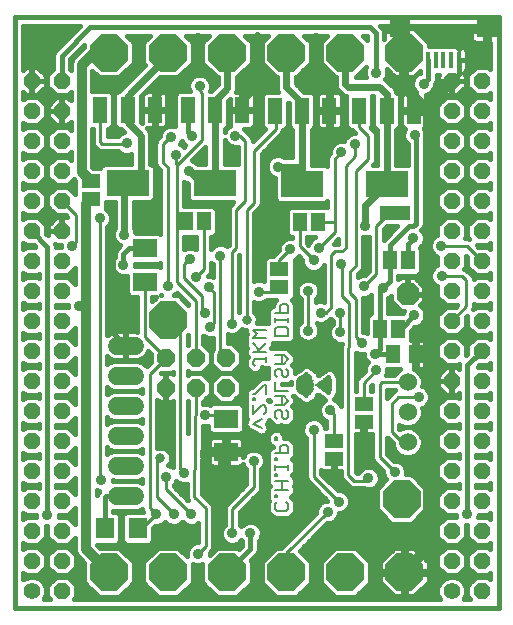
<source format=gbl>
G75*
%MOIN*%
%OFA0B0*%
%FSLAX24Y24*%
%IPPOS*%
%LPD*%
%AMOC8*
5,1,8,0,0,1.08239X$1,22.5*
%
%ADD10C,0.0160*%
%ADD11C,0.0060*%
%ADD12OC8,0.0600*%
%ADD13R,0.0480X0.0880*%
%ADD14R,0.1417X0.0866*%
%ADD15OC8,0.1250*%
%ADD16R,0.0787X0.0630*%
%ADD17R,0.0512X0.0591*%
%ADD18C,0.0600*%
%ADD19C,0.0560*%
%ADD20OC8,0.0560*%
%ADD21R,0.0460X0.0630*%
%ADD22R,0.1000X0.0500*%
%ADD23R,0.0630X0.0709*%
%ADD24R,0.0630X0.0460*%
%ADD25C,0.0600*%
%ADD26OC8,0.0760*%
%ADD27R,0.0004X0.0312*%
%ADD28R,0.0004X0.0344*%
%ADD29R,0.0004X0.0368*%
%ADD30R,0.0004X0.0392*%
%ADD31R,0.0004X0.0408*%
%ADD32R,0.0004X0.0424*%
%ADD33R,0.0004X0.0432*%
%ADD34R,0.0004X0.0448*%
%ADD35R,0.0004X0.0456*%
%ADD36R,0.0004X0.0472*%
%ADD37R,0.0004X0.0480*%
%ADD38R,0.0004X0.0488*%
%ADD39R,0.0004X0.0496*%
%ADD40R,0.0004X0.0504*%
%ADD41R,0.0004X0.0512*%
%ADD42R,0.0004X0.0520*%
%ADD43R,0.0004X0.0528*%
%ADD44R,0.0004X0.0536*%
%ADD45R,0.0004X0.0536*%
%ADD46R,0.0004X0.0544*%
%ADD47R,0.0004X0.0552*%
%ADD48R,0.0004X0.0560*%
%ADD49R,0.0004X0.0560*%
%ADD50R,0.0004X0.0568*%
%ADD51R,0.0004X0.0576*%
%ADD52R,0.0004X0.0584*%
%ADD53R,0.0004X0.0592*%
%ADD54R,0.0004X0.0592*%
%ADD55R,0.0004X0.0600*%
%ADD56R,0.0004X0.0608*%
%ADD57R,0.0004X0.0608*%
%ADD58R,0.0004X0.0616*%
%ADD59R,0.0004X0.0624*%
%ADD60R,0.0004X0.0632*%
%ADD61R,0.0004X0.0632*%
%ADD62R,0.0004X0.0640*%
%ADD63R,0.0004X0.0648*%
%ADD64R,0.0004X0.0648*%
%ADD65R,0.0004X0.0656*%
%ADD66R,0.0004X0.0664*%
%ADD67R,0.0004X0.0664*%
%ADD68R,0.0004X0.0672*%
%ADD69R,0.0004X0.0680*%
%ADD70R,0.0004X0.0680*%
%ADD71R,0.0004X0.0688*%
%ADD72R,0.0004X0.0696*%
%ADD73R,0.0004X0.0700*%
%ADD74R,0.0004X0.0708*%
%ADD75R,0.0004X0.0716*%
%ADD76R,0.0004X0.0720*%
%ADD77R,0.0004X0.0720*%
%ADD78R,0.0004X0.0724*%
%ADD79R,0.0004X0.0808*%
%ADD80R,0.0004X0.0824*%
%ADD81R,0.0004X0.0832*%
%ADD82R,0.0004X0.0840*%
%ADD83R,0.0004X0.0848*%
%ADD84R,0.0004X0.0856*%
%ADD85R,0.0004X0.0860*%
%ADD86R,0.0004X0.0864*%
%ADD87R,0.0004X0.0864*%
%ADD88R,0.0004X0.0868*%
%ADD89R,0.0004X0.0872*%
%ADD90R,0.0004X0.0872*%
%ADD91R,0.0004X0.0860*%
%ADD92R,0.0004X0.0832*%
%ADD93R,0.0004X0.0824*%
%ADD94R,0.0004X0.0708*%
%ADD95R,0.0004X0.0712*%
%ADD96R,0.0004X0.0712*%
%ADD97R,0.0004X0.0700*%
%ADD98R,0.0004X0.0696*%
%ADD99R,0.0004X0.0692*%
%ADD100R,0.0004X0.0668*%
%ADD101R,0.0004X0.0660*%
%ADD102R,0.0004X0.0452*%
%ADD103R,0.0004X0.0188*%
%ADD104R,0.0004X0.0448*%
%ADD105R,0.0004X0.0440*%
%ADD106R,0.0004X0.0184*%
%ADD107R,0.0004X0.0432*%
%ADD108R,0.0004X0.0184*%
%ADD109R,0.0004X0.0424*%
%ADD110R,0.0004X0.0412*%
%ADD111R,0.0004X0.0128*%
%ADD112R,0.0004X0.0044*%
%ADD113R,0.0004X0.0400*%
%ADD114R,0.0004X0.0008*%
%ADD115R,0.0004X0.0388*%
%ADD116R,0.0004X0.0132*%
%ADD117R,0.0004X0.0360*%
%ADD118R,0.0004X0.0136*%
%ADD119R,0.0004X0.0340*%
%ADD120R,0.0004X0.0140*%
%ADD121R,0.0004X0.0328*%
%ADD122R,0.0004X0.0144*%
%ADD123R,0.0004X0.0324*%
%ADD124R,0.0004X0.0148*%
%ADD125R,0.0004X0.0320*%
%ADD126R,0.0004X0.0156*%
%ADD127R,0.0004X0.0316*%
%ADD128R,0.0004X0.0176*%
%ADD129R,0.0004X0.0080*%
%ADD130R,0.0004X0.0052*%
%ADD131R,0.0004X0.0380*%
%ADD132R,0.0004X0.0372*%
%ADD133R,0.0004X0.0356*%
%ADD134R,0.0004X0.0004*%
%ADD135R,0.0004X0.0308*%
%ADD136R,0.0004X0.0060*%
%ADD137R,0.0004X0.0240*%
%ADD138R,0.0004X0.0232*%
%ADD139R,0.0004X0.0044*%
%ADD140R,0.0004X0.0164*%
%ADD141R,0.0004X0.0056*%
%ADD142R,0.0004X0.0036*%
%ADD143R,0.0004X0.0156*%
%ADD144R,0.0004X0.0048*%
%ADD145R,0.0004X0.0024*%
%ADD146R,0.0004X0.0036*%
%ADD147R,0.0004X0.0016*%
%ADD148R,0.0004X0.0028*%
%ADD149R,0.0004X0.0012*%
%ADD150R,0.0004X0.0124*%
%ADD151R,0.0004X0.0108*%
%ADD152R,0.0004X0.0008*%
%ADD153R,0.0004X0.0092*%
%ADD154R,0.0004X0.0068*%
%ADD155R,0.0004X0.0008*%
%ADD156R,0.0004X0.0016*%
%ADD157R,0.0004X0.0024*%
%ADD158R,0.0004X0.0032*%
%ADD159R,0.0004X0.0032*%
%ADD160R,0.0004X0.0040*%
%ADD161R,0.0004X0.0056*%
%ADD162R,0.0004X0.0064*%
%ADD163R,0.0004X0.0072*%
%ADD164R,0.0004X0.0088*%
%ADD165R,0.0004X0.0096*%
%ADD166R,0.0004X0.0104*%
%ADD167R,0.0004X0.0112*%
%ADD168R,0.0004X0.0120*%
%ADD169R,0.0004X0.0124*%
%ADD170R,0.0004X0.0128*%
%ADD171R,0.0004X0.0144*%
%ADD172R,0.0004X0.0152*%
%ADD173R,0.0004X0.0152*%
%ADD174R,0.0004X0.0160*%
%ADD175R,0.0004X0.0168*%
%ADD176R,0.0004X0.0176*%
%ADD177R,0.0004X0.0184*%
%ADD178R,0.0004X0.0192*%
%ADD179R,0.0004X0.0200*%
%ADD180R,0.0004X0.0208*%
%ADD181R,0.0004X0.0216*%
%ADD182R,0.0004X0.0216*%
%ADD183R,0.0004X0.0224*%
%ADD184R,0.0004X0.0232*%
%ADD185R,0.0004X0.0240*%
%ADD186R,0.0004X0.0248*%
%ADD187R,0.0004X0.0256*%
%ADD188R,0.0004X0.0264*%
%ADD189R,0.0004X0.0272*%
%ADD190R,0.0004X0.0280*%
%ADD191R,0.0004X0.0288*%
%ADD192R,0.0004X0.0296*%
%ADD193R,0.0004X0.0304*%
%ADD194R,0.0004X0.0320*%
%ADD195R,0.0004X0.0328*%
%ADD196R,0.0004X0.0336*%
%ADD197R,0.0004X0.0336*%
%ADD198R,0.0004X0.0200*%
%ADD199R,0.0004X0.0128*%
%ADD200R,0.0004X0.0204*%
%ADD201R,0.0004X0.0216*%
%ADD202R,0.0004X0.0228*%
%ADD203R,0.0004X0.0416*%
%ADD204R,0.0004X0.0424*%
%ADD205R,0.0004X0.0428*%
%ADD206R,0.0004X0.0304*%
%ADD207R,0.0004X0.0180*%
%ADD208R,0.0004X0.0112*%
%ADD209R,0.0004X0.0176*%
%ADD210R,0.0004X0.0112*%
%ADD211R,0.0004X0.0132*%
%ADD212R,0.0004X0.0116*%
%ADD213R,0.0004X0.0332*%
%ADD214R,0.0004X0.0336*%
%ADD215R,0.0004X0.0480*%
%ADD216R,0.0004X0.0496*%
%ADD217R,0.0004X0.0512*%
%ADD218R,0.0004X0.0544*%
%ADD219R,0.0004X0.0208*%
%ADD220R,0.0004X0.0356*%
%ADD221R,0.0004X0.0208*%
%ADD222R,0.0004X0.0364*%
%ADD223R,0.0004X0.0212*%
%ADD224R,0.0004X0.0368*%
%ADD225R,0.0004X0.0220*%
%ADD226R,0.0004X0.0600*%
%ADD227R,0.0004X0.0356*%
%ADD228R,0.0004X0.0228*%
%ADD229R,0.0004X0.0236*%
%ADD230R,0.0004X0.0360*%
%ADD231R,0.0004X0.0368*%
%ADD232R,0.0004X0.0244*%
%ADD233R,0.0004X0.0252*%
%ADD234R,0.0004X0.0376*%
%ADD235R,0.0004X0.0672*%
%ADD236R,0.0004X0.0624*%
%ADD237R,0.0004X0.0596*%
%ADD238R,0.0004X0.0552*%
%ADD239R,0.0004X0.0456*%
%ADD240R,0.0004X0.0384*%
%ADD241R,0.0004X0.0352*%
%ADD242R,0.0004X0.0188*%
%ADD243R,0.0004X0.0108*%
%ADD244R,0.0157X0.0551*%
%ADD245R,0.0700X0.0600*%
%ADD246C,0.0356*%
%ADD247C,0.0100*%
%ADD248C,0.0240*%
%ADD249C,0.0320*%
%ADD250OC8,0.0356*%
%ADD251C,0.0317*%
D10*
X001046Y000180D02*
X017188Y000180D01*
X017188Y019865D01*
X001046Y019865D01*
X001046Y000180D01*
X001326Y001123D02*
X001326Y001347D01*
X001418Y001255D01*
X001815Y001255D01*
X002097Y001536D01*
X002097Y001934D01*
X001815Y002215D01*
X001418Y002215D01*
X001326Y002123D01*
X001326Y002347D01*
X001418Y002255D01*
X001815Y002255D01*
X002097Y002536D01*
X002097Y002892D01*
X002137Y002892D01*
X002137Y002536D01*
X002418Y002255D01*
X002815Y002255D01*
X003056Y002496D01*
X003056Y002069D01*
X003111Y001937D01*
X003370Y001677D01*
X003370Y001019D01*
X003854Y000536D01*
X004537Y000536D01*
X005020Y001019D01*
X005020Y001703D01*
X004537Y002186D01*
X003880Y002186D01*
X003790Y002275D01*
X004451Y002275D01*
X004569Y002392D01*
X004569Y003267D01*
X004451Y003384D01*
X004334Y003384D01*
X004334Y003417D01*
X004355Y003408D01*
X005154Y003408D01*
X005296Y003467D01*
X005296Y003455D01*
X005325Y003384D01*
X004758Y003384D01*
X004641Y003267D01*
X004641Y002392D01*
X004758Y002275D01*
X005554Y002275D01*
X005671Y002392D01*
X005671Y002843D01*
X005738Y002910D01*
X005838Y002910D01*
X005977Y002967D01*
X006056Y003047D01*
X006136Y002967D01*
X006275Y002910D01*
X006425Y002910D01*
X006564Y002967D01*
X006644Y003047D01*
X006723Y002967D01*
X006862Y002910D01*
X007013Y002910D01*
X007152Y002967D01*
X007174Y002989D01*
X007174Y002357D01*
X007097Y002357D01*
X006958Y002300D01*
X006851Y002193D01*
X006794Y002054D01*
X006794Y001904D01*
X006798Y001894D01*
X006506Y002186D01*
X005822Y002186D01*
X005339Y001703D01*
X005339Y001019D01*
X005822Y000536D01*
X006506Y000536D01*
X006989Y001019D01*
X006989Y001646D01*
X007097Y001601D01*
X007247Y001601D01*
X007307Y001626D01*
X007307Y001019D01*
X007791Y000536D01*
X008474Y000536D01*
X008957Y001019D01*
X008957Y001703D01*
X008914Y001746D01*
X009063Y001895D01*
X009141Y001974D01*
X009184Y002077D01*
X009184Y002402D01*
X009225Y002442D01*
X009282Y002581D01*
X009282Y002732D01*
X009225Y002871D01*
X009118Y002977D01*
X008979Y003034D01*
X008829Y003034D01*
X008690Y002977D01*
X008603Y002890D01*
X008548Y002945D01*
X008548Y003368D01*
X009226Y004047D01*
X009264Y004139D01*
X009264Y004789D01*
X009335Y004860D01*
X009392Y004998D01*
X009392Y005149D01*
X009335Y005288D01*
X009228Y005394D01*
X009090Y005452D01*
X008939Y005452D01*
X008800Y005394D01*
X008694Y005288D01*
X008664Y005216D01*
X008664Y005300D01*
X008168Y005300D01*
X008168Y005454D01*
X008664Y005454D01*
X008664Y005716D01*
X008652Y005761D01*
X008628Y005802D01*
X008595Y005836D01*
X008554Y005860D01*
X008508Y005872D01*
X008168Y005872D01*
X008168Y005454D01*
X008013Y005454D01*
X008013Y005300D01*
X007517Y005300D01*
X007517Y005038D01*
X007529Y004993D01*
X007553Y004952D01*
X007586Y004918D01*
X007627Y004894D01*
X007673Y004882D01*
X008013Y004882D01*
X008013Y005300D01*
X008168Y005300D01*
X008168Y004882D01*
X008508Y004882D01*
X008554Y004894D01*
X008595Y004918D01*
X008628Y004952D01*
X008644Y004979D01*
X008694Y004860D01*
X008764Y004789D01*
X008764Y004292D01*
X008156Y003684D01*
X008086Y003614D01*
X008048Y003522D01*
X008048Y002945D01*
X007977Y002874D01*
X007920Y002736D01*
X007920Y002585D01*
X007977Y002446D01*
X008084Y002340D01*
X008223Y002282D01*
X008373Y002282D01*
X008512Y002340D01*
X008599Y002427D01*
X008624Y002402D01*
X008624Y002249D01*
X008518Y002142D01*
X008474Y002186D01*
X007791Y002186D01*
X007550Y001945D01*
X007550Y002004D01*
X007636Y002090D01*
X007674Y002181D01*
X007674Y003541D01*
X007636Y003633D01*
X007565Y003703D01*
X007289Y003979D01*
X007319Y006227D01*
X007331Y006222D01*
X007481Y006222D01*
X007497Y006228D01*
X007497Y006082D01*
X007614Y005964D01*
X008567Y005964D01*
X008684Y006082D01*
X008684Y006877D01*
X008567Y006994D01*
X007614Y006994D01*
X007563Y006944D01*
X007481Y006978D01*
X007331Y006978D01*
X007328Y006977D01*
X007329Y007044D01*
X007585Y007300D01*
X007585Y007714D01*
X007292Y008007D01*
X007585Y008300D01*
X007585Y008714D01*
X007335Y008964D01*
X007335Y009239D01*
X007345Y009230D01*
X007484Y009172D01*
X007634Y009172D01*
X007650Y009179D01*
X007650Y008820D01*
X007621Y008750D01*
X007585Y008714D01*
X007585Y008300D01*
X007878Y008007D01*
X008292Y008007D01*
X008585Y008300D01*
X008585Y008714D01*
X008292Y009007D01*
X008150Y009007D01*
X008150Y009289D01*
X008207Y009266D01*
X008358Y009266D01*
X008497Y009323D01*
X008603Y009430D01*
X008616Y009462D01*
X008715Y009422D01*
X008751Y009422D01*
X008751Y009358D01*
X008753Y009356D01*
X008803Y009306D01*
X008751Y009255D01*
X008751Y008897D01*
X008803Y008846D01*
X008751Y008794D01*
X008751Y008604D01*
X008813Y008542D01*
X008751Y008481D01*
X008751Y008217D01*
X008886Y008082D01*
X008959Y008009D01*
X009150Y008009D01*
X009285Y008143D01*
X009285Y008197D01*
X009326Y008155D01*
X009501Y008155D01*
X009501Y008076D01*
X009501Y007841D01*
X009253Y007841D01*
X008959Y007548D01*
X008886Y007548D01*
X008751Y007413D01*
X008751Y006532D01*
X008802Y006481D01*
X008793Y006477D01*
X008768Y006402D01*
X008733Y006331D01*
X008739Y006314D01*
X008733Y006296D01*
X008768Y006225D01*
X008793Y006151D01*
X008810Y006142D01*
X008818Y006126D01*
X008893Y006101D01*
X009257Y005919D01*
X009438Y005979D01*
X009523Y006149D01*
X009468Y006314D01*
X009511Y006442D01*
X009709Y006244D01*
X009900Y006244D01*
X009915Y006259D01*
X009929Y006244D01*
X010026Y006244D01*
X010193Y006244D01*
X010328Y006379D01*
X010401Y006452D01*
X010401Y006695D01*
X010401Y006789D01*
X010400Y006791D01*
X010303Y006888D01*
X010401Y006986D01*
X010401Y007176D01*
X010340Y007238D01*
X010345Y007243D01*
X010456Y007132D01*
X010460Y007132D01*
X010472Y007120D01*
X010476Y007120D01*
X010484Y007112D01*
X010488Y007112D01*
X010496Y007104D01*
X010500Y007104D01*
X010504Y007100D01*
X010508Y007100D01*
X010512Y007096D01*
X010516Y007096D01*
X010520Y007092D01*
X010524Y007092D01*
X010528Y007088D01*
X010532Y007088D01*
X010536Y007084D01*
X010540Y007084D01*
X010544Y007080D01*
X010548Y007080D01*
X010552Y007076D01*
X010560Y007076D01*
X010564Y007072D01*
X010568Y007072D01*
X010672Y006968D01*
X010680Y006968D01*
X010684Y006964D01*
X010692Y006964D01*
X010870Y006964D01*
X010874Y006964D01*
X010878Y006968D01*
X010886Y006968D01*
X010906Y006988D01*
X010994Y007076D01*
X011002Y007076D01*
X011006Y007080D01*
X011022Y007080D01*
X011139Y007197D01*
X011139Y007261D01*
X011157Y007279D01*
X011168Y007268D01*
X011172Y007268D01*
X011176Y007264D01*
X011184Y007256D01*
X011188Y007256D01*
X011196Y007248D01*
X011200Y007244D01*
X011204Y007244D01*
X011216Y007232D01*
X011220Y007232D01*
X011232Y007220D01*
X011236Y007220D01*
X011248Y007208D01*
X011252Y007208D01*
X011264Y007196D01*
X011268Y007196D01*
X011276Y007188D01*
X011280Y007184D01*
X011284Y007184D01*
X011296Y007172D01*
X011300Y007172D01*
X011308Y007164D01*
X011312Y007164D01*
X011316Y007160D01*
X011324Y007152D01*
X011328Y007152D01*
X011336Y007144D01*
X011340Y007140D01*
X011344Y007140D01*
X011356Y007128D01*
X011360Y007128D01*
X011372Y007116D01*
X011376Y007116D01*
X011388Y007104D01*
X011392Y007104D01*
X011393Y007103D01*
X011352Y007086D01*
X011245Y006979D01*
X011188Y006840D01*
X011188Y006690D01*
X011245Y006551D01*
X011352Y006444D01*
X011441Y006408D01*
X011441Y006180D01*
X011395Y006180D01*
X011395Y006194D01*
X011337Y006333D01*
X011231Y006439D01*
X011092Y006497D01*
X010942Y006497D01*
X010803Y006439D01*
X010696Y006333D01*
X010639Y006194D01*
X010639Y006043D01*
X010696Y005904D01*
X010767Y005834D01*
X010767Y004499D01*
X010805Y004407D01*
X010875Y004337D01*
X011463Y003749D01*
X011404Y003749D01*
X011265Y003691D01*
X011158Y003585D01*
X011101Y003446D01*
X011101Y003346D01*
X009941Y002186D01*
X009759Y002186D01*
X009276Y001703D01*
X009276Y001019D01*
X009759Y000536D01*
X010443Y000536D01*
X010926Y001019D01*
X010926Y001703D01*
X010545Y002084D01*
X011454Y002993D01*
X011554Y002993D01*
X011693Y003050D01*
X011799Y003157D01*
X011857Y003295D01*
X011857Y003337D01*
X011926Y003337D01*
X012065Y003394D01*
X012171Y003501D01*
X012229Y003640D01*
X012229Y003790D01*
X012171Y003929D01*
X012065Y004036D01*
X011926Y004093D01*
X011826Y004093D01*
X011267Y004653D01*
X011267Y004779D01*
X011270Y004776D01*
X011311Y004752D01*
X011357Y004740D01*
X011661Y004740D01*
X011661Y005115D01*
X011731Y005115D01*
X011731Y004740D01*
X011911Y004740D01*
X011911Y004560D01*
X011949Y004468D01*
X012149Y004268D01*
X012219Y004198D01*
X012311Y004160D01*
X012686Y004160D01*
X012766Y004127D01*
X012916Y004127D01*
X013055Y004184D01*
X013161Y004291D01*
X013219Y004430D01*
X013219Y004580D01*
X013161Y004719D01*
X013055Y004826D01*
X012916Y004883D01*
X012766Y004883D01*
X012627Y004826D01*
X012520Y004719D01*
X012496Y004660D01*
X012464Y004660D01*
X012411Y004714D01*
X012411Y005975D01*
X012641Y005975D01*
X012641Y006350D01*
X012711Y006350D01*
X012711Y005975D01*
X012961Y005975D01*
X012961Y005162D01*
X012999Y005070D01*
X013337Y004732D01*
X013337Y004632D01*
X013395Y004493D01*
X013434Y004454D01*
X013118Y004138D01*
X013118Y003454D01*
X013601Y002971D01*
X014285Y002971D01*
X014768Y003454D01*
X014768Y004138D01*
X014285Y004621D01*
X014088Y004621D01*
X014093Y004632D01*
X014093Y004783D01*
X014036Y004922D01*
X013929Y005028D01*
X013790Y005086D01*
X013691Y005086D01*
X013461Y005315D01*
X013461Y005848D01*
X013479Y005830D01*
X013644Y005665D01*
X013644Y005596D01*
X013720Y005413D01*
X013861Y005272D01*
X014045Y005196D01*
X014244Y005196D01*
X014427Y005272D01*
X014568Y005413D01*
X014644Y005596D01*
X014644Y005795D01*
X014568Y005979D01*
X014427Y006120D01*
X014244Y006196D01*
X014427Y006272D01*
X014568Y006413D01*
X014644Y006596D01*
X014644Y006795D01*
X014626Y006838D01*
X014734Y006883D01*
X014841Y006989D01*
X014898Y007128D01*
X014898Y007279D01*
X014841Y007418D01*
X014734Y007524D01*
X014632Y007567D01*
X014644Y007596D01*
X014644Y007795D01*
X014568Y007979D01*
X014427Y008120D01*
X014355Y008150D01*
X014372Y008150D01*
X014372Y008577D01*
X014468Y008577D01*
X014468Y008673D01*
X014856Y008673D01*
X014856Y008944D01*
X014843Y008990D01*
X014820Y009031D01*
X014786Y009064D01*
X014745Y009088D01*
X014699Y009100D01*
X014468Y009100D01*
X014468Y008673D01*
X014372Y008673D01*
X014372Y009100D01*
X014252Y009100D01*
X014252Y009416D01*
X014387Y009550D01*
X014444Y009550D01*
X014583Y009607D01*
X014689Y009714D01*
X014747Y009853D01*
X014747Y010003D01*
X014689Y010142D01*
X014583Y010249D01*
X014561Y010258D01*
X014704Y010401D01*
X014704Y010613D01*
X014164Y010613D01*
X014164Y010653D01*
X014124Y010653D01*
X014124Y011193D01*
X013912Y011193D01*
X013841Y011121D01*
X013841Y011240D01*
X014474Y011240D01*
X014591Y011357D01*
X014591Y012153D01*
X014562Y012181D01*
X014662Y012281D01*
X014719Y012420D01*
X014719Y012570D01*
X014662Y012709D01*
X014608Y012763D01*
X014669Y012825D01*
X014712Y012927D01*
X014712Y015746D01*
X014759Y015860D01*
X014759Y016010D01*
X014701Y016149D01*
X014694Y016157D01*
X014704Y016163D01*
X014737Y016196D01*
X014761Y016237D01*
X014773Y016283D01*
X014773Y016707D01*
X014393Y016707D01*
X014393Y016787D01*
X014313Y016787D01*
X014313Y017366D01*
X014090Y017366D01*
X014044Y017354D01*
X014003Y017331D01*
X013969Y017297D01*
X013946Y017256D01*
X013933Y017210D01*
X013933Y016787D01*
X014313Y016787D01*
X014313Y016707D01*
X013933Y016707D01*
X013933Y016283D01*
X013946Y016237D01*
X013969Y016196D01*
X014003Y016163D01*
X014044Y016139D01*
X014055Y016136D01*
X014003Y016010D01*
X014003Y015860D01*
X014060Y015721D01*
X014152Y015629D01*
X014152Y014939D01*
X013763Y014939D01*
X013763Y016107D01*
X013766Y016107D01*
X013883Y016224D01*
X013883Y017269D01*
X013766Y017386D01*
X013758Y017386D01*
X013715Y017491D01*
X013406Y017800D01*
X013411Y017806D01*
X013469Y017945D01*
X013469Y018095D01*
X013455Y018128D01*
X013704Y017879D01*
X013988Y017879D01*
X013988Y018634D01*
X014088Y018634D01*
X014088Y017879D01*
X014371Y017879D01*
X014549Y018057D01*
X014549Y018002D01*
X014462Y017966D01*
X014355Y017859D01*
X014298Y017720D01*
X014298Y017570D01*
X014355Y017431D01*
X014420Y017366D01*
X014393Y017366D01*
X014393Y016787D01*
X014773Y016787D01*
X014773Y017210D01*
X014761Y017256D01*
X014754Y017268D01*
X014890Y017324D01*
X014996Y017431D01*
X015054Y017570D01*
X015054Y017627D01*
X015066Y017640D01*
X015109Y017742D01*
X015109Y017951D01*
X015182Y017951D01*
X015157Y017926D01*
X015157Y017745D01*
X015607Y017745D01*
X015607Y017725D01*
X015627Y017725D01*
X015627Y017745D01*
X016077Y017745D01*
X016077Y017926D01*
X016012Y017990D01*
X016042Y018007D01*
X016075Y018041D01*
X016099Y018082D01*
X016111Y018128D01*
X016111Y018427D01*
X016111Y018726D01*
X016099Y018772D01*
X016075Y018813D01*
X016042Y018847D01*
X016001Y018870D01*
X015955Y018883D01*
X015853Y018883D01*
X015853Y018808D01*
X015853Y018808D01*
X015853Y018883D01*
X015778Y018883D01*
X016908Y018883D01*
X016908Y019010D02*
X016908Y018123D01*
X016815Y018215D01*
X016418Y018215D01*
X016137Y017934D01*
X016137Y017536D01*
X016418Y017255D01*
X016815Y017255D01*
X016908Y017347D01*
X016908Y017123D01*
X016815Y017215D01*
X016418Y017215D01*
X016137Y016934D01*
X016137Y016536D01*
X016418Y016255D01*
X016815Y016255D01*
X016908Y016347D01*
X016907Y016347D01*
X016908Y016347D02*
X016908Y016123D01*
X016815Y016215D01*
X016418Y016215D01*
X016137Y015934D01*
X016137Y015536D01*
X016418Y015255D01*
X016815Y015255D01*
X016908Y015347D01*
X016908Y015123D01*
X016815Y015215D01*
X016418Y015215D01*
X016137Y014934D01*
X016137Y014536D01*
X016418Y014255D01*
X016815Y014255D01*
X016908Y014347D01*
X016908Y014123D01*
X016815Y014215D01*
X016418Y014215D01*
X016137Y013934D01*
X016137Y013536D01*
X016418Y013255D01*
X016815Y013255D01*
X016908Y013347D01*
X016908Y013123D01*
X016815Y013215D01*
X016418Y013215D01*
X016137Y012934D01*
X016137Y012536D01*
X016198Y012475D01*
X016162Y012490D01*
X016050Y012490D01*
X016097Y012536D01*
X016097Y012934D01*
X015815Y013215D01*
X015418Y013215D01*
X015137Y012934D01*
X015137Y012596D01*
X015052Y012561D01*
X014945Y012454D01*
X014888Y012315D01*
X014888Y012165D01*
X014945Y012026D01*
X015052Y011919D01*
X015137Y011884D01*
X015137Y011590D01*
X015064Y011560D01*
X014958Y011453D01*
X014900Y011314D01*
X014900Y011164D01*
X014958Y011025D01*
X015064Y010919D01*
X015137Y010888D01*
X015137Y010536D01*
X015418Y010255D01*
X015783Y010255D01*
X015743Y010215D01*
X015418Y010215D01*
X015137Y009934D01*
X015137Y009536D01*
X015418Y009255D01*
X015815Y009255D01*
X016097Y009536D01*
X016097Y009862D01*
X016137Y009902D01*
X016137Y009536D01*
X016418Y009255D01*
X016815Y009255D01*
X016908Y009347D01*
X016908Y009123D01*
X016815Y009215D01*
X016418Y009215D01*
X016137Y008934D01*
X016137Y008651D01*
X016097Y008611D01*
X016097Y008934D01*
X015815Y009215D01*
X015418Y009215D01*
X015137Y008934D01*
X015137Y008536D01*
X015418Y008255D01*
X015815Y008255D01*
X015856Y008296D01*
X015856Y008146D01*
X015807Y008195D01*
X015627Y008195D01*
X015627Y007745D01*
X015607Y007745D01*
X015607Y008195D01*
X015426Y008195D01*
X015157Y007926D01*
X015157Y007745D01*
X015607Y007745D01*
X015607Y007725D01*
X015627Y007725D01*
X015627Y007275D01*
X015807Y007275D01*
X015856Y007324D01*
X015856Y007174D01*
X015815Y007215D01*
X015418Y007215D01*
X015137Y006934D01*
X015137Y006536D01*
X015418Y006255D01*
X015815Y006255D01*
X015856Y006296D01*
X015856Y006174D01*
X015815Y006215D01*
X015418Y006215D01*
X015137Y005934D01*
X015137Y005536D01*
X015418Y005255D01*
X015815Y005255D01*
X015856Y005296D01*
X015856Y005174D01*
X015815Y005215D01*
X015418Y005215D01*
X015137Y004934D01*
X015137Y004536D01*
X015418Y004255D01*
X015815Y004255D01*
X015856Y004296D01*
X015856Y004174D01*
X015815Y004215D01*
X015418Y004215D01*
X015137Y003934D01*
X015137Y003536D01*
X015418Y003255D01*
X015758Y003255D01*
X015758Y003235D01*
X015766Y003215D01*
X015418Y003215D01*
X015137Y002934D01*
X015137Y002536D01*
X015418Y002255D01*
X015815Y002255D01*
X016097Y002536D01*
X016097Y002932D01*
X016137Y002932D01*
X016137Y002536D01*
X016418Y002255D01*
X016815Y002255D01*
X016908Y002347D01*
X016908Y002123D01*
X016815Y002215D01*
X016418Y002215D01*
X016137Y001934D01*
X016137Y001536D01*
X016418Y001255D01*
X016815Y001255D01*
X016908Y001347D01*
X016908Y001123D01*
X016815Y001215D01*
X016418Y001215D01*
X016137Y000934D01*
X016137Y000536D01*
X016213Y000460D01*
X016020Y000460D01*
X016024Y000463D01*
X016097Y000640D01*
X016097Y000831D01*
X016024Y001007D01*
X015889Y001142D01*
X015712Y001215D01*
X015521Y001215D01*
X015345Y001142D01*
X015210Y001007D01*
X015137Y000831D01*
X015137Y000640D01*
X015210Y000463D01*
X015213Y000460D01*
X003020Y000460D01*
X003097Y000536D01*
X003097Y000934D01*
X002815Y001215D01*
X002418Y001215D01*
X002137Y000934D01*
X002137Y000536D01*
X002213Y000460D01*
X002020Y000460D01*
X002024Y000463D01*
X002097Y000640D01*
X002097Y000831D01*
X002024Y001007D01*
X001889Y001142D01*
X001712Y001215D01*
X001521Y001215D01*
X001345Y001142D01*
X001326Y001123D01*
X001326Y001131D02*
X001334Y001131D01*
X001326Y001290D02*
X001383Y001290D01*
X001850Y001290D02*
X002383Y001290D01*
X002418Y001255D02*
X002815Y001255D01*
X003097Y001536D01*
X003097Y001934D01*
X002815Y002215D01*
X002418Y002215D01*
X002137Y001934D01*
X002137Y001536D01*
X002418Y001255D01*
X002334Y001131D02*
X001900Y001131D01*
X002038Y000973D02*
X002175Y000973D01*
X002137Y000814D02*
X002097Y000814D01*
X002097Y000656D02*
X002137Y000656D01*
X002176Y000497D02*
X002038Y000497D01*
X002900Y001131D02*
X003370Y001131D01*
X003370Y001290D02*
X002850Y001290D01*
X003008Y001448D02*
X003370Y001448D01*
X003370Y001607D02*
X003097Y001607D01*
X003097Y001765D02*
X003282Y001765D01*
X003124Y001924D02*
X003097Y001924D01*
X003056Y002082D02*
X002949Y002082D01*
X003056Y002241D02*
X001326Y002241D01*
X001949Y002082D02*
X002285Y002082D01*
X002137Y001924D02*
X002097Y001924D01*
X002097Y001765D02*
X002137Y001765D01*
X002137Y001607D02*
X002097Y001607D01*
X002008Y001448D02*
X002225Y001448D01*
X002274Y002399D02*
X001959Y002399D01*
X002097Y002558D02*
X002137Y002558D01*
X002137Y002716D02*
X002097Y002716D01*
X002097Y002875D02*
X002137Y002875D01*
X002132Y003271D02*
X002132Y012219D01*
X001617Y012735D01*
X001326Y012347D02*
X001418Y012255D01*
X001701Y012255D01*
X001741Y012215D01*
X001418Y012215D01*
X001326Y012123D01*
X001326Y012347D01*
X001326Y012226D02*
X001730Y012226D01*
X002097Y012651D02*
X002097Y012934D01*
X001815Y013215D01*
X001418Y013215D01*
X001326Y013123D01*
X001326Y013347D01*
X001418Y013255D01*
X001815Y013255D01*
X002097Y013536D01*
X002097Y013934D01*
X001815Y014215D01*
X001418Y014215D01*
X001326Y014123D01*
X001326Y014347D01*
X001418Y014255D01*
X001815Y014255D01*
X002097Y014536D01*
X002097Y014934D01*
X001815Y015215D01*
X001418Y015215D01*
X001326Y015123D01*
X001326Y015347D01*
X001418Y015255D01*
X001815Y015255D01*
X002097Y015536D01*
X002097Y015934D01*
X001815Y016215D01*
X001418Y016215D01*
X001326Y016123D01*
X001326Y016347D01*
X001326Y016347D01*
X001418Y016255D01*
X001815Y016255D01*
X002097Y016536D01*
X002097Y016934D01*
X001815Y017215D01*
X001418Y017215D01*
X001326Y017123D01*
X001326Y017375D01*
X001426Y017275D01*
X001607Y017275D01*
X001607Y017725D01*
X001627Y017725D01*
X001627Y017745D01*
X002077Y017745D01*
X002077Y017926D01*
X001807Y018195D01*
X001627Y018195D01*
X001627Y017745D01*
X001607Y017745D01*
X001607Y018195D01*
X001426Y018195D01*
X001326Y018095D01*
X001326Y019585D01*
X003220Y019585D01*
X002379Y018744D01*
X002337Y018642D01*
X002337Y018530D01*
X002337Y018134D01*
X002137Y017934D01*
X002137Y017536D01*
X002418Y017255D01*
X002815Y017255D01*
X002916Y017355D01*
X002916Y017087D01*
X002807Y017195D01*
X002627Y017195D01*
X002627Y016745D01*
X002607Y016745D01*
X002607Y017195D01*
X002426Y017195D01*
X002157Y016926D01*
X002157Y016745D01*
X002607Y016745D01*
X002607Y016725D01*
X002627Y016725D01*
X002627Y016275D01*
X002807Y016275D01*
X002916Y016384D01*
X002916Y016115D01*
X002815Y016215D01*
X002418Y016215D01*
X002137Y015934D01*
X002137Y015536D01*
X002418Y015255D01*
X002815Y015255D01*
X002916Y015355D01*
X002916Y015115D01*
X002815Y015215D01*
X002418Y015215D01*
X002137Y014934D01*
X002137Y014536D01*
X002418Y014255D01*
X002815Y014255D01*
X003018Y014457D01*
X003073Y014402D01*
X003073Y013957D01*
X002815Y014215D01*
X002418Y014215D01*
X002137Y013934D01*
X002137Y013536D01*
X002418Y013255D01*
X002743Y013255D01*
X002803Y013195D01*
X002627Y013195D01*
X002627Y012745D01*
X002607Y012745D01*
X002607Y013195D01*
X002426Y013195D01*
X002157Y012926D01*
X002157Y012745D01*
X002607Y012745D01*
X002607Y012725D01*
X002157Y012725D01*
X002157Y012591D01*
X002097Y012651D01*
X002097Y012702D02*
X002157Y012702D01*
X002157Y012860D02*
X002097Y012860D01*
X002012Y013019D02*
X002250Y013019D01*
X002408Y013177D02*
X001854Y013177D01*
X001896Y013336D02*
X002337Y013336D01*
X002179Y013494D02*
X002054Y013494D01*
X002097Y013653D02*
X002137Y013653D01*
X002137Y013811D02*
X002097Y013811D01*
X002061Y013970D02*
X002172Y013970D01*
X002331Y014128D02*
X001903Y014128D01*
X001847Y014287D02*
X002386Y014287D01*
X002228Y014445D02*
X002005Y014445D01*
X002097Y014604D02*
X002137Y014604D01*
X002137Y014762D02*
X002097Y014762D01*
X002097Y014921D02*
X002137Y014921D01*
X002282Y015079D02*
X001952Y015079D01*
X001956Y015396D02*
X002277Y015396D01*
X002137Y015555D02*
X002097Y015555D01*
X002097Y015713D02*
X002137Y015713D01*
X002137Y015872D02*
X002097Y015872D01*
X002001Y016030D02*
X002233Y016030D01*
X002391Y016189D02*
X001842Y016189D01*
X001907Y016347D02*
X002354Y016347D01*
X002426Y016275D02*
X002157Y016545D01*
X002157Y016725D01*
X002607Y016725D01*
X002607Y016275D01*
X002426Y016275D01*
X002607Y016347D02*
X002627Y016347D01*
X002627Y016506D02*
X002607Y016506D01*
X002607Y016664D02*
X002627Y016664D01*
X002627Y016823D02*
X002607Y016823D01*
X002607Y016981D02*
X002627Y016981D01*
X002627Y017140D02*
X002607Y017140D01*
X002863Y017140D02*
X002916Y017140D01*
X002916Y017298D02*
X002858Y017298D01*
X002375Y017298D02*
X001830Y017298D01*
X001807Y017275D02*
X002077Y017545D01*
X002077Y017725D01*
X001627Y017725D01*
X001627Y017275D01*
X001807Y017275D01*
X001891Y017140D02*
X002371Y017140D01*
X002212Y016981D02*
X002050Y016981D01*
X002097Y016823D02*
X002157Y016823D01*
X002157Y016664D02*
X002097Y016664D01*
X002066Y016506D02*
X002196Y016506D01*
X002879Y016347D02*
X002916Y016347D01*
X002916Y016189D02*
X002842Y016189D01*
X003636Y016138D02*
X003650Y016138D01*
X003650Y015662D01*
X003688Y015570D01*
X003758Y015500D01*
X003822Y015437D01*
X003913Y015399D01*
X004505Y015399D01*
X004564Y015340D01*
X004703Y015282D01*
X004853Y015282D01*
X004931Y015314D01*
X004931Y014971D01*
X004018Y014971D01*
X003901Y014854D01*
X003901Y014826D01*
X003668Y014826D01*
X003636Y014858D01*
X003636Y016138D01*
X003636Y016030D02*
X003650Y016030D01*
X003636Y015872D02*
X003650Y015872D01*
X003636Y015713D02*
X003650Y015713D01*
X003636Y015555D02*
X003704Y015555D01*
X003636Y015396D02*
X004508Y015396D01*
X004931Y015238D02*
X003636Y015238D01*
X003636Y015079D02*
X004931Y015079D01*
X004810Y014338D02*
X004739Y014267D01*
X005021Y013705D02*
X005601Y013705D01*
X005718Y013822D01*
X005718Y014854D01*
X005601Y014971D01*
X005571Y014971D01*
X005571Y015984D01*
X005522Y016101D01*
X005465Y016158D01*
X005679Y016158D01*
X005679Y016738D01*
X005299Y016738D01*
X005299Y016324D01*
X005250Y016374D01*
X005250Y017226D01*
X005313Y017290D01*
X005312Y017287D01*
X005299Y017242D01*
X005299Y016818D01*
X005679Y016818D01*
X005679Y016738D01*
X005759Y016738D01*
X005759Y016158D01*
X005983Y016158D01*
X006019Y016168D01*
X005940Y016089D01*
X005883Y015950D01*
X005883Y015890D01*
X005849Y015857D01*
X005779Y015787D01*
X005741Y015695D01*
X005741Y014965D01*
X005779Y014873D01*
X005901Y014751D01*
X005901Y012624D01*
X005855Y012670D01*
X005079Y012670D01*
X005079Y012690D01*
X005021Y012829D01*
X005021Y012830D01*
X005021Y013705D01*
X005021Y013653D02*
X005901Y013653D01*
X005901Y013811D02*
X005707Y013811D01*
X005718Y013970D02*
X005901Y013970D01*
X005901Y014128D02*
X005718Y014128D01*
X005718Y014287D02*
X005901Y014287D01*
X005901Y014445D02*
X005718Y014445D01*
X005718Y014604D02*
X005901Y014604D01*
X005890Y014762D02*
X005718Y014762D01*
X005759Y014921D02*
X005652Y014921D01*
X005571Y015079D02*
X005741Y015079D01*
X005741Y015238D02*
X005571Y015238D01*
X005571Y015396D02*
X005741Y015396D01*
X005741Y015555D02*
X005571Y015555D01*
X005571Y015713D02*
X005748Y015713D01*
X005864Y015872D02*
X005571Y015872D01*
X005551Y016030D02*
X005916Y016030D01*
X005759Y016189D02*
X005679Y016189D01*
X005679Y016347D02*
X005759Y016347D01*
X005759Y016506D02*
X005679Y016506D01*
X005679Y016664D02*
X005759Y016664D01*
X005759Y016738D02*
X005759Y016818D01*
X005679Y016818D01*
X005679Y017398D01*
X005456Y017398D01*
X005410Y017386D01*
X005407Y017384D01*
X005882Y017859D01*
X006506Y017859D01*
X006989Y018342D01*
X006989Y019026D01*
X006765Y019250D01*
X007532Y019250D01*
X007307Y019026D01*
X007307Y018342D01*
X007791Y017859D01*
X007812Y017859D01*
X007812Y017624D01*
X007590Y017402D01*
X007559Y017402D01*
X007597Y017495D01*
X007597Y017645D01*
X007540Y017784D01*
X007433Y017890D01*
X007294Y017948D01*
X007144Y017948D01*
X007005Y017890D01*
X006898Y017784D01*
X006841Y017645D01*
X006841Y017495D01*
X006879Y017402D01*
X006494Y017402D01*
X006377Y017285D01*
X006377Y016239D01*
X006383Y016234D01*
X006336Y016253D01*
X006186Y016253D01*
X006089Y016213D01*
X006103Y016228D01*
X006127Y016269D01*
X006139Y016314D01*
X006139Y016738D01*
X005759Y016738D01*
X005759Y016818D02*
X006139Y016818D01*
X006139Y017242D01*
X006127Y017287D01*
X006103Y017329D01*
X006070Y017362D01*
X006029Y017386D01*
X005983Y017398D01*
X005759Y017398D01*
X005759Y016818D01*
X005759Y016823D02*
X005679Y016823D01*
X005679Y016981D02*
X005759Y016981D01*
X005759Y017140D02*
X005679Y017140D01*
X005679Y017298D02*
X005759Y017298D01*
X005480Y017457D02*
X006857Y017457D01*
X006841Y017615D02*
X005638Y017615D01*
X005797Y017774D02*
X006894Y017774D01*
X007106Y017932D02*
X006579Y017932D01*
X006737Y018091D02*
X007559Y018091D01*
X007401Y018249D02*
X006896Y018249D01*
X006989Y018408D02*
X007307Y018408D01*
X007307Y018566D02*
X006989Y018566D01*
X006989Y018725D02*
X007307Y018725D01*
X007307Y018883D02*
X006989Y018883D01*
X006973Y019042D02*
X007323Y019042D01*
X007482Y019200D02*
X006815Y019200D01*
X007332Y017932D02*
X007718Y017932D01*
X007812Y017774D02*
X007544Y017774D01*
X007597Y017615D02*
X007803Y017615D01*
X007645Y017457D02*
X007581Y017457D01*
X008167Y017074D02*
X008217Y017123D01*
X008217Y016802D01*
X008597Y016802D01*
X008597Y016722D01*
X008217Y016722D01*
X008217Y016299D01*
X008229Y016253D01*
X008230Y016251D01*
X008186Y016233D01*
X008080Y016126D01*
X008047Y016048D01*
X008047Y016122D01*
X008050Y016122D01*
X008167Y016239D01*
X008167Y017074D01*
X008167Y016981D02*
X008217Y016981D01*
X008217Y016823D02*
X008167Y016823D01*
X008167Y016664D02*
X008217Y016664D01*
X008217Y016506D02*
X008167Y016506D01*
X008167Y016347D02*
X008217Y016347D01*
X008142Y016189D02*
X008116Y016189D01*
X008047Y015777D02*
X008080Y015698D01*
X008186Y015592D01*
X008325Y015534D01*
X008475Y015534D01*
X008476Y015534D01*
X008476Y014955D01*
X008047Y014955D01*
X008047Y015777D01*
X008047Y015713D02*
X008073Y015713D01*
X008047Y015555D02*
X008276Y015555D01*
X008476Y015396D02*
X008047Y015396D01*
X008047Y015238D02*
X008476Y015238D01*
X008476Y015079D02*
X008047Y015079D01*
X007407Y015079D02*
X006978Y015079D01*
X006950Y015091D02*
X007407Y015548D01*
X007407Y014955D01*
X007152Y014955D01*
X007064Y015043D01*
X006950Y015091D01*
X007097Y015238D02*
X007407Y015238D01*
X007407Y015396D02*
X007255Y015396D01*
X006942Y015912D02*
X006817Y016037D01*
X006817Y016762D01*
X006377Y016823D02*
X006139Y016823D01*
X006139Y016981D02*
X006377Y016981D01*
X006377Y017140D02*
X006139Y017140D01*
X006121Y017298D02*
X006390Y017298D01*
X006377Y016664D02*
X006139Y016664D01*
X006139Y016506D02*
X006377Y016506D01*
X006377Y016347D02*
X006139Y016347D01*
X006609Y015728D02*
X006621Y015698D01*
X006728Y015592D01*
X006739Y015587D01*
X006694Y015542D01*
X006630Y015606D01*
X006557Y015636D01*
X006581Y015661D01*
X006609Y015728D01*
X006603Y015713D02*
X006615Y015713D01*
X006681Y015555D02*
X006707Y015555D01*
X006696Y014377D02*
X006774Y014345D01*
X006775Y014345D01*
X006818Y014302D01*
X006818Y013806D01*
X006935Y013689D01*
X008321Y013689D01*
X008214Y013582D01*
X008176Y013490D01*
X008176Y012284D01*
X008121Y012229D01*
X008114Y012236D01*
X007975Y012293D01*
X007825Y012293D01*
X007686Y012236D01*
X007597Y012147D01*
X007597Y012543D01*
X007660Y012543D01*
X007777Y012660D01*
X007777Y013456D01*
X007660Y013573D01*
X006696Y013573D01*
X006696Y014377D01*
X006696Y014287D02*
X006818Y014287D01*
X006818Y014128D02*
X006696Y014128D01*
X006696Y013970D02*
X006818Y013970D01*
X006818Y013811D02*
X006696Y013811D01*
X006696Y013653D02*
X008285Y013653D01*
X008178Y013494D02*
X007739Y013494D01*
X007777Y013336D02*
X008176Y013336D01*
X008176Y013177D02*
X007777Y013177D01*
X007777Y013019D02*
X008176Y013019D01*
X008176Y012860D02*
X007777Y012860D01*
X007777Y012702D02*
X008176Y012702D01*
X008176Y012543D02*
X007660Y012543D01*
X007597Y012385D02*
X008176Y012385D01*
X007676Y012226D02*
X007597Y012226D01*
X007597Y011683D02*
X007650Y011630D01*
X007650Y011218D01*
X007601Y011238D01*
X007484Y011238D01*
X007484Y011245D01*
X007559Y011320D01*
X007597Y011412D01*
X007597Y011683D01*
X007597Y011592D02*
X007650Y011592D01*
X007650Y011434D02*
X007597Y011434D01*
X007650Y011275D02*
X007514Y011275D01*
X007097Y012124D02*
X006966Y012178D01*
X006816Y012178D01*
X006696Y012128D01*
X006696Y012543D01*
X007034Y012543D01*
X007097Y012543D01*
X007097Y012124D01*
X007097Y012226D02*
X006696Y012226D01*
X006696Y012385D02*
X007097Y012385D01*
X005901Y012702D02*
X005074Y012702D01*
X005021Y012860D02*
X005901Y012860D01*
X005901Y013019D02*
X005021Y013019D01*
X005021Y013177D02*
X005901Y013177D01*
X005901Y013336D02*
X005021Y013336D01*
X005021Y013494D02*
X005901Y013494D01*
X005378Y012155D02*
X004861Y012155D01*
X004671Y011965D01*
X004671Y011615D01*
X004504Y011275D02*
X004127Y011275D01*
X004127Y011117D02*
X004784Y011117D01*
X004746Y011237D02*
X004784Y011253D01*
X004784Y010655D01*
X004902Y010537D01*
X005128Y010537D01*
X005128Y009383D01*
X005092Y009388D01*
X004774Y009388D01*
X004774Y008928D01*
X004734Y008928D01*
X004734Y009388D01*
X004417Y009388D01*
X004342Y009377D01*
X004270Y009353D01*
X004203Y009319D01*
X004142Y009274D01*
X004127Y009259D01*
X004127Y012872D01*
X004197Y012942D01*
X004255Y013081D01*
X004255Y013232D01*
X004197Y013371D01*
X004094Y013474D01*
X004103Y013483D01*
X004103Y013705D01*
X004381Y013705D01*
X004381Y012830D01*
X004380Y012829D01*
X004323Y012690D01*
X004323Y012540D01*
X004380Y012401D01*
X004487Y012294D01*
X004570Y012260D01*
X004512Y012202D01*
X004433Y012124D01*
X004391Y012021D01*
X004391Y011870D01*
X004350Y011829D01*
X004293Y011690D01*
X004293Y011540D01*
X004350Y011401D01*
X004457Y011294D01*
X004596Y011237D01*
X004746Y011237D01*
X004784Y010958D02*
X004127Y010958D01*
X004127Y010800D02*
X004784Y010800D01*
X004798Y010641D02*
X004127Y010641D01*
X004127Y010483D02*
X005128Y010483D01*
X005128Y010324D02*
X004127Y010324D01*
X004127Y010166D02*
X005128Y010166D01*
X005128Y010007D02*
X004127Y010007D01*
X004127Y009849D02*
X005128Y009849D01*
X005128Y009690D02*
X004127Y009690D01*
X004127Y009532D02*
X005128Y009532D01*
X004774Y009373D02*
X004734Y009373D01*
X004734Y009215D02*
X004774Y009215D01*
X004774Y009056D02*
X004734Y009056D01*
X004754Y008908D02*
X004310Y009353D01*
X004310Y009523D01*
X004314Y009526D01*
X004314Y012287D01*
X004310Y012291D01*
X004397Y012385D02*
X004127Y012385D01*
X004127Y012543D02*
X004323Y012543D01*
X004327Y012702D02*
X004127Y012702D01*
X004127Y012860D02*
X004381Y012860D01*
X004381Y013019D02*
X004229Y013019D01*
X004255Y013177D02*
X004381Y013177D01*
X004381Y013336D02*
X004212Y013336D01*
X004103Y013494D02*
X004381Y013494D01*
X004381Y013653D02*
X004103Y013653D01*
X003877Y013156D02*
X003841Y013121D01*
X004127Y012226D02*
X004536Y012226D01*
X004410Y012068D02*
X004127Y012068D01*
X004127Y011909D02*
X004391Y011909D01*
X004318Y011751D02*
X004127Y011751D01*
X004127Y011592D02*
X004293Y011592D01*
X004337Y011434D02*
X004127Y011434D01*
X003416Y011298D02*
X003412Y011294D01*
X003056Y011275D02*
X002835Y011275D01*
X002815Y011255D02*
X003056Y011496D01*
X003056Y010975D01*
X002815Y011215D01*
X002418Y011215D01*
X002412Y011210D01*
X002412Y011261D01*
X002418Y011255D01*
X002815Y011255D01*
X002914Y011117D02*
X003056Y011117D01*
X003056Y011434D02*
X002994Y011434D01*
X002588Y012215D02*
X002418Y012215D01*
X002412Y012210D01*
X002412Y012275D01*
X002403Y012299D01*
X002426Y012275D01*
X002588Y012275D01*
X002588Y012215D01*
X002588Y012226D02*
X002412Y012226D01*
X002607Y012860D02*
X002627Y012860D01*
X002627Y013019D02*
X002607Y013019D01*
X002607Y013177D02*
X002627Y013177D01*
X003061Y013970D02*
X003073Y013970D01*
X003073Y014128D02*
X002903Y014128D01*
X002847Y014287D02*
X003073Y014287D01*
X003030Y014445D02*
X003005Y014445D01*
X003636Y014921D02*
X003968Y014921D01*
X004150Y015899D02*
X004150Y016138D01*
X004223Y016138D01*
X004340Y016255D01*
X004340Y017301D01*
X004223Y017418D01*
X003636Y017418D01*
X003636Y018077D01*
X003854Y017859D01*
X004537Y017859D01*
X005020Y018342D01*
X005020Y019026D01*
X004796Y019250D01*
X005563Y019250D01*
X005339Y019026D01*
X005339Y018342D01*
X005400Y018282D01*
X004628Y017510D01*
X004538Y017420D01*
X004537Y017418D01*
X004487Y017418D01*
X004370Y017301D01*
X004370Y016255D01*
X004487Y016138D01*
X004580Y016138D01*
X004686Y016032D01*
X004564Y015981D01*
X004482Y015899D01*
X004150Y015899D01*
X004150Y016030D02*
X004683Y016030D01*
X004436Y016189D02*
X004273Y016189D01*
X004340Y016347D02*
X004370Y016347D01*
X004370Y016506D02*
X004340Y016506D01*
X004340Y016664D02*
X004370Y016664D01*
X004370Y016823D02*
X004340Y016823D01*
X004340Y016981D02*
X004370Y016981D01*
X004370Y017140D02*
X004340Y017140D01*
X004340Y017298D02*
X004370Y017298D01*
X004575Y017457D02*
X003636Y017457D01*
X003636Y017615D02*
X004733Y017615D01*
X004892Y017774D02*
X003636Y017774D01*
X003636Y017932D02*
X003781Y017932D01*
X003900Y017105D02*
X003900Y016778D01*
X004610Y017932D02*
X005050Y017932D01*
X005209Y018091D02*
X004769Y018091D01*
X004927Y018249D02*
X005367Y018249D01*
X005339Y018408D02*
X005020Y018408D01*
X005020Y018566D02*
X005339Y018566D01*
X005339Y018725D02*
X005020Y018725D01*
X005020Y018883D02*
X005339Y018883D01*
X005355Y019042D02*
X005005Y019042D01*
X004846Y019200D02*
X005513Y019200D01*
X005299Y017140D02*
X005250Y017140D01*
X005250Y016981D02*
X005299Y016981D01*
X005299Y016823D02*
X005250Y016823D01*
X005250Y016664D02*
X005299Y016664D01*
X005299Y016506D02*
X005250Y016506D01*
X005276Y016347D02*
X005299Y016347D01*
X003231Y018725D02*
X003151Y018725D01*
X003073Y018566D02*
X002993Y018566D01*
X003072Y018565D02*
X002971Y018464D01*
X002916Y018332D01*
X002916Y018115D01*
X002897Y018134D01*
X002897Y018470D01*
X003370Y018944D01*
X003370Y018864D01*
X003072Y018565D01*
X002947Y018408D02*
X002897Y018408D01*
X002897Y018249D02*
X002916Y018249D01*
X002617Y018586D02*
X003561Y019530D01*
X012896Y019530D01*
X013081Y019345D01*
X013081Y018030D01*
X013091Y018020D01*
X012744Y017870D02*
X012422Y017870D01*
X012759Y018207D01*
X012713Y018095D01*
X012713Y017945D01*
X012744Y017870D01*
X012718Y017932D02*
X012484Y017932D01*
X012643Y018091D02*
X012713Y018091D01*
X013469Y018091D02*
X013493Y018091D01*
X013464Y017932D02*
X013651Y017932D01*
X013432Y017774D02*
X014320Y017774D01*
X014298Y017615D02*
X013591Y017615D01*
X013729Y017457D02*
X014345Y017457D01*
X014313Y017298D02*
X014393Y017298D01*
X014393Y017140D02*
X014313Y017140D01*
X014313Y016981D02*
X014393Y016981D01*
X014393Y016823D02*
X014313Y016823D01*
X013933Y016823D02*
X013883Y016823D01*
X013883Y016981D02*
X013933Y016981D01*
X013933Y017140D02*
X013883Y017140D01*
X013855Y017298D02*
X013970Y017298D01*
X013988Y017932D02*
X014088Y017932D01*
X014088Y018091D02*
X013988Y018091D01*
X013988Y018249D02*
X014088Y018249D01*
X014088Y018408D02*
X013988Y018408D01*
X013988Y018566D02*
X014088Y018566D01*
X014424Y017932D02*
X014428Y017932D01*
X014676Y017645D02*
X014829Y017798D01*
X014829Y018427D01*
X014843Y018903D02*
X014843Y019017D01*
X014371Y019489D01*
X014088Y019489D01*
X014088Y019420D01*
X013988Y019420D01*
X013988Y019489D01*
X013961Y019489D01*
X013961Y019560D01*
X014421Y019560D01*
X014421Y019585D01*
X016261Y019585D01*
X016261Y019560D01*
X016721Y019560D01*
X016721Y019420D01*
X016861Y019420D01*
X016861Y019010D01*
X016908Y019010D01*
X016861Y019042D02*
X016721Y019042D01*
X016721Y019010D02*
X016721Y019420D01*
X016261Y019420D01*
X016261Y019166D01*
X016273Y019121D01*
X016297Y019079D01*
X016330Y019046D01*
X016371Y019022D01*
X016417Y019010D01*
X016721Y019010D01*
X016721Y019200D02*
X016861Y019200D01*
X016861Y019359D02*
X016721Y019359D01*
X016721Y019517D02*
X013961Y019517D01*
X013821Y019517D02*
X013305Y019517D01*
X013318Y019504D02*
X013237Y019585D01*
X013361Y019585D01*
X013361Y019560D01*
X013821Y019560D01*
X013821Y019489D01*
X013704Y019489D01*
X013636Y019420D01*
X013361Y019420D01*
X013361Y019166D01*
X013365Y019150D01*
X013361Y019145D01*
X013361Y019401D01*
X013318Y019504D01*
X013361Y019359D02*
X013361Y019359D01*
X013361Y019200D02*
X013361Y019200D01*
X012801Y019200D02*
X012720Y019200D01*
X012670Y019250D02*
X012801Y019119D01*
X012801Y019229D01*
X012780Y019250D01*
X012670Y019250D01*
X011469Y019250D02*
X011244Y019026D01*
X011244Y018342D01*
X011728Y017859D01*
X011749Y017859D01*
X011749Y017583D01*
X011798Y017465D01*
X011895Y017369D01*
X011985Y017279D01*
X012094Y017234D01*
X012094Y016224D01*
X012211Y016107D01*
X012307Y016107D01*
X012322Y016071D01*
X012392Y016000D01*
X012319Y016000D01*
X012180Y015942D01*
X012074Y015836D01*
X012030Y015732D01*
X012011Y015740D01*
X011860Y015740D01*
X011721Y015682D01*
X011615Y015576D01*
X011557Y015437D01*
X011557Y015337D01*
X011507Y015287D01*
X011469Y015195D01*
X011469Y014890D01*
X011420Y014939D01*
X010948Y014939D01*
X010948Y016107D01*
X010951Y016107D01*
X011068Y016224D01*
X011068Y017269D01*
X010951Y017386D01*
X010697Y017386D01*
X010421Y017662D01*
X010421Y017859D01*
X010443Y017859D01*
X010926Y018342D01*
X010926Y019026D01*
X010702Y019250D01*
X011469Y019250D01*
X011419Y019200D02*
X010752Y019200D01*
X010910Y019042D02*
X011260Y019042D01*
X011244Y018883D02*
X010926Y018883D01*
X010926Y018725D02*
X011244Y018725D01*
X011244Y018566D02*
X010926Y018566D01*
X010926Y018408D02*
X011244Y018408D01*
X011338Y018249D02*
X010833Y018249D01*
X010674Y018091D02*
X011496Y018091D01*
X011655Y017932D02*
X010516Y017932D01*
X010421Y017774D02*
X011749Y017774D01*
X011749Y017615D02*
X010468Y017615D01*
X010627Y017457D02*
X011807Y017457D01*
X011802Y017366D02*
X011578Y017366D01*
X011578Y016787D01*
X011498Y016787D01*
X011498Y017366D01*
X011275Y017366D01*
X011229Y017354D01*
X011188Y017331D01*
X011154Y017297D01*
X011131Y017256D01*
X011118Y017210D01*
X011118Y016787D01*
X011498Y016787D01*
X011498Y016707D01*
X011118Y016707D01*
X011118Y016283D01*
X011131Y016237D01*
X011154Y016196D01*
X011188Y016163D01*
X011229Y016139D01*
X011275Y016127D01*
X011498Y016127D01*
X011498Y016707D01*
X011578Y016707D01*
X011578Y016787D01*
X011958Y016787D01*
X011958Y017210D01*
X011946Y017256D01*
X011922Y017297D01*
X011889Y017331D01*
X011848Y017354D01*
X011802Y017366D01*
X011921Y017298D02*
X011965Y017298D01*
X011958Y017140D02*
X012094Y017140D01*
X012094Y016981D02*
X011958Y016981D01*
X011958Y016823D02*
X012094Y016823D01*
X012094Y016664D02*
X011958Y016664D01*
X011958Y016707D02*
X011578Y016707D01*
X011578Y016127D01*
X011802Y016127D01*
X011848Y016139D01*
X011889Y016163D01*
X011922Y016196D01*
X011946Y016237D01*
X011958Y016283D01*
X011958Y016707D01*
X011958Y016506D02*
X012094Y016506D01*
X012094Y016347D02*
X011958Y016347D01*
X011915Y016189D02*
X012129Y016189D01*
X012362Y016030D02*
X010948Y016030D01*
X010948Y015872D02*
X012109Y015872D01*
X011795Y015713D02*
X010948Y015713D01*
X010948Y015555D02*
X011606Y015555D01*
X011557Y015396D02*
X010948Y015396D01*
X010948Y015238D02*
X011487Y015238D01*
X011469Y015079D02*
X010948Y015079D01*
X010628Y015357D02*
X010621Y015365D01*
X010308Y015396D02*
X009355Y015396D01*
X009276Y015316D02*
X009887Y015928D01*
X009958Y015998D01*
X009996Y016090D01*
X009996Y016107D01*
X010041Y016107D01*
X010159Y016224D01*
X010159Y017020D01*
X010189Y016990D01*
X010189Y016224D01*
X010306Y016107D01*
X010308Y016107D01*
X010308Y015205D01*
X010036Y015205D01*
X010035Y015206D01*
X009896Y015263D01*
X009746Y015263D01*
X009607Y015206D01*
X009500Y015099D01*
X009443Y014960D01*
X009443Y014810D01*
X009500Y014671D01*
X009607Y014564D01*
X009720Y014518D01*
X009720Y013790D01*
X009837Y013673D01*
X011420Y013673D01*
X011469Y013722D01*
X011469Y013542D01*
X011458Y013553D01*
X010232Y013553D01*
X010115Y013436D01*
X010115Y012640D01*
X010232Y012523D01*
X010295Y012523D01*
X010295Y012508D01*
X010151Y012508D01*
X010012Y012451D01*
X009905Y012344D01*
X009848Y012205D01*
X009848Y012105D01*
X009662Y011920D01*
X009651Y011892D01*
X009476Y011892D01*
X009359Y011775D01*
X009359Y011055D01*
X009266Y011093D01*
X009116Y011093D01*
X009036Y011060D01*
X009036Y013336D01*
X009167Y013468D01*
X009238Y013538D01*
X009276Y013630D01*
X009276Y015316D01*
X009276Y015238D02*
X009684Y015238D01*
X009958Y015238D02*
X010308Y015238D01*
X010308Y015555D02*
X009514Y015555D01*
X009672Y015713D02*
X010308Y015713D01*
X010308Y015872D02*
X009831Y015872D01*
X009971Y016030D02*
X010308Y016030D01*
X010224Y016189D02*
X010123Y016189D01*
X010159Y016347D02*
X010189Y016347D01*
X010189Y016506D02*
X010159Y016506D01*
X010159Y016664D02*
X010189Y016664D01*
X010189Y016823D02*
X010159Y016823D01*
X010159Y016981D02*
X010189Y016981D01*
X009731Y016734D02*
X009719Y016747D01*
X009279Y016823D02*
X009057Y016823D01*
X009057Y016802D02*
X009057Y017226D01*
X009044Y017272D01*
X009021Y017313D01*
X008987Y017346D01*
X008946Y017370D01*
X008900Y017382D01*
X008677Y017382D01*
X008677Y016802D01*
X009057Y016802D01*
X009057Y016722D02*
X008677Y016722D01*
X008677Y016802D01*
X008597Y016802D01*
X008597Y017382D01*
X008433Y017382D01*
X008452Y017428D01*
X008452Y017859D01*
X008474Y017859D01*
X008957Y018342D01*
X008957Y019026D01*
X008733Y019250D01*
X009500Y019250D01*
X009276Y019026D01*
X009276Y018342D01*
X009759Y017859D01*
X009781Y017859D01*
X009781Y017466D01*
X009814Y017386D01*
X009396Y017386D01*
X009279Y017269D01*
X009279Y016224D01*
X009377Y016125D01*
X008976Y015724D01*
X008976Y015798D01*
X008938Y015890D01*
X008735Y016093D01*
X008721Y016126D01*
X008705Y016142D01*
X008900Y016142D01*
X008946Y016155D01*
X008987Y016178D01*
X009021Y016212D01*
X009044Y016253D01*
X009057Y016299D01*
X009057Y016722D01*
X009057Y016664D02*
X009279Y016664D01*
X009279Y016506D02*
X009057Y016506D01*
X009057Y016347D02*
X009279Y016347D01*
X009314Y016189D02*
X008997Y016189D01*
X008797Y016030D02*
X009282Y016030D01*
X009124Y015872D02*
X008945Y015872D01*
X009276Y015079D02*
X009492Y015079D01*
X009443Y014921D02*
X009276Y014921D01*
X009276Y014762D02*
X009462Y014762D01*
X009568Y014604D02*
X009276Y014604D01*
X009276Y014445D02*
X009720Y014445D01*
X009720Y014287D02*
X009276Y014287D01*
X009276Y014128D02*
X009720Y014128D01*
X009720Y013970D02*
X009276Y013970D01*
X009276Y013811D02*
X009720Y013811D01*
X010173Y013494D02*
X009193Y013494D01*
X009276Y013653D02*
X011469Y013653D01*
X011046Y012523D02*
X010795Y012523D01*
X010795Y012324D01*
X010838Y012281D01*
X010885Y012394D01*
X010992Y012501D01*
X011046Y012523D01*
X010881Y012385D02*
X010795Y012385D01*
X010521Y011891D02*
X010633Y011780D01*
X010633Y011680D01*
X010690Y011541D01*
X010797Y011434D01*
X010936Y011377D01*
X011086Y011377D01*
X011225Y011434D01*
X011331Y011541D01*
X011356Y011600D01*
X011356Y010384D01*
X011321Y010398D01*
X011171Y010398D01*
X011076Y010359D01*
X011076Y010455D01*
X011146Y010526D01*
X011204Y010665D01*
X011204Y010815D01*
X011146Y010954D01*
X011040Y011061D01*
X010901Y011118D01*
X010751Y011118D01*
X010612Y011061D01*
X010505Y010954D01*
X010448Y010815D01*
X010448Y010665D01*
X010505Y010526D01*
X010576Y010455D01*
X010576Y009705D01*
X010505Y009634D01*
X010448Y009495D01*
X010448Y009345D01*
X010505Y009206D01*
X010612Y009099D01*
X010751Y009042D01*
X010901Y009042D01*
X011040Y009099D01*
X011146Y009206D01*
X011204Y009345D01*
X011204Y009495D01*
X011146Y009634D01*
X011116Y009664D01*
X011171Y009642D01*
X011321Y009642D01*
X011460Y009699D01*
X011566Y009806D01*
X011567Y009808D01*
X011567Y009808D01*
X011579Y009820D01*
X011585Y009806D01*
X011656Y009735D01*
X011656Y009645D01*
X011585Y009574D01*
X011528Y009435D01*
X011528Y009285D01*
X011585Y009146D01*
X011692Y009039D01*
X011831Y008982D01*
X011954Y008982D01*
X011949Y008977D01*
X011911Y008885D01*
X011911Y006920D01*
X011886Y006979D01*
X011780Y007086D01*
X011686Y007124D01*
X011743Y007181D01*
X011743Y007181D01*
X011747Y007185D01*
X011755Y007193D01*
X011755Y007197D01*
X011763Y007205D01*
X011763Y007209D01*
X011767Y007213D01*
X011767Y007213D01*
X011771Y007217D01*
X011771Y007221D01*
X011775Y007225D01*
X011775Y007229D01*
X011779Y007233D01*
X011779Y007237D01*
X011783Y007241D01*
X011783Y007245D01*
X011787Y007249D01*
X011787Y007257D01*
X011791Y007261D01*
X011791Y007265D01*
X011795Y007269D01*
X011795Y007273D01*
X011799Y007277D01*
X011799Y007285D01*
X011803Y007289D01*
X011803Y007297D01*
X011807Y007301D01*
X011807Y007309D01*
X011811Y007313D01*
X011811Y007321D01*
X011815Y007325D01*
X011815Y007337D01*
X011819Y007341D01*
X011819Y007353D01*
X011823Y007357D01*
X011823Y007373D01*
X011827Y007377D01*
X011827Y007393D01*
X011831Y007397D01*
X011831Y007421D01*
X011835Y007425D01*
X011835Y007457D01*
X011839Y007461D01*
X011839Y007735D01*
X011835Y007739D01*
X011835Y007779D01*
X011831Y007783D01*
X011831Y007803D01*
X011827Y007807D01*
X011827Y007823D01*
X011823Y007827D01*
X011823Y007843D01*
X011819Y007847D01*
X011819Y007859D01*
X011815Y007863D01*
X011815Y007875D01*
X011811Y007879D01*
X011811Y007887D01*
X011807Y007891D01*
X011807Y007899D01*
X011803Y007903D01*
X011803Y007911D01*
X011799Y007915D01*
X011799Y007923D01*
X011795Y007927D01*
X011795Y007931D01*
X011791Y007935D01*
X011791Y007939D01*
X011787Y007943D01*
X011787Y007951D01*
X011783Y007955D01*
X011783Y007959D01*
X011779Y007963D01*
X011779Y007967D01*
X011775Y007971D01*
X011775Y007975D01*
X011767Y007983D01*
X011767Y007987D01*
X011763Y007991D01*
X011763Y007995D01*
X011755Y008003D01*
X011755Y008007D01*
X011747Y008015D01*
X011743Y008019D01*
X011626Y008136D01*
X011626Y008136D01*
X011622Y008140D01*
X011448Y008140D01*
X011440Y008132D01*
X011436Y008132D01*
X011424Y008120D01*
X011420Y008120D01*
X011416Y008116D01*
X011416Y008116D01*
X011408Y008108D01*
X011404Y008108D01*
X011396Y008100D01*
X011396Y008100D01*
X011392Y008096D01*
X011388Y008096D01*
X011376Y008084D01*
X011372Y008084D01*
X011360Y008072D01*
X011356Y008072D01*
X011344Y008060D01*
X011340Y008060D01*
X011336Y008056D01*
X011336Y008056D01*
X011328Y008048D01*
X011324Y008048D01*
X011316Y008040D01*
X011316Y008040D01*
X011312Y008036D01*
X011308Y008036D01*
X011300Y008028D01*
X011296Y008028D01*
X011280Y008012D01*
X011276Y008012D01*
X011268Y008004D01*
X011264Y008004D01*
X011256Y007996D01*
X011256Y007996D01*
X011252Y007992D01*
X011248Y007992D01*
X011236Y007980D01*
X011232Y007980D01*
X011220Y007968D01*
X011216Y007968D01*
X011204Y007956D01*
X011200Y007956D01*
X011196Y007952D01*
X011196Y007952D01*
X011188Y007944D01*
X011184Y007944D01*
X011176Y007936D01*
X011176Y007936D01*
X011175Y007935D01*
X011171Y007939D01*
X011171Y007951D01*
X011167Y007955D01*
X011167Y007959D01*
X011163Y007963D01*
X011163Y007967D01*
X011159Y007971D01*
X011159Y007975D01*
X011151Y007983D01*
X011151Y007987D01*
X011143Y007995D01*
X011026Y008112D01*
X011026Y008112D01*
X011018Y008120D01*
X011014Y008124D01*
X011010Y008124D01*
X011006Y008128D01*
X011006Y008128D01*
X011002Y008132D01*
X010998Y008132D01*
X010994Y008136D01*
X010990Y008136D01*
X010986Y008140D01*
X010978Y008140D01*
X010906Y008212D01*
X010906Y008212D01*
X010902Y008216D01*
X010898Y008220D01*
X010894Y008224D01*
X010890Y008228D01*
X010886Y008228D01*
X010882Y008232D01*
X010874Y008232D01*
X010870Y008236D01*
X010692Y008236D01*
X010688Y008232D01*
X010676Y008232D01*
X010672Y008228D01*
X010668Y008228D01*
X010656Y008216D01*
X010656Y008216D01*
X010568Y008128D01*
X010564Y008128D01*
X010560Y008124D01*
X010552Y008124D01*
X010548Y008120D01*
X010544Y008120D01*
X010540Y008116D01*
X010536Y008116D01*
X010532Y008112D01*
X010528Y008112D01*
X010524Y008108D01*
X010520Y008108D01*
X010516Y008104D01*
X010512Y008104D01*
X010508Y008100D01*
X010504Y008100D01*
X010500Y008096D01*
X010496Y008096D01*
X010488Y008088D01*
X010484Y008088D01*
X010476Y008080D01*
X010472Y008080D01*
X010460Y008068D01*
X010456Y008068D01*
X010401Y008014D01*
X010401Y008076D01*
X010401Y008170D01*
X010400Y008172D01*
X010303Y008269D01*
X010401Y008367D01*
X010401Y008557D01*
X010120Y008839D01*
X009636Y008839D01*
X009621Y008824D01*
X009600Y008846D01*
X009651Y008897D01*
X009651Y009006D01*
X010267Y009006D01*
X010401Y009141D01*
X010401Y009457D01*
X010401Y009552D01*
X010400Y009553D01*
X010377Y009576D01*
X010401Y009601D01*
X010401Y010223D01*
X010401Y010319D01*
X010328Y010392D01*
X010328Y010392D01*
X010296Y010425D01*
X010280Y010440D01*
X010389Y010549D01*
X010389Y011775D01*
X010379Y011784D01*
X010440Y011809D01*
X010521Y011891D01*
X010633Y011751D02*
X010389Y011751D01*
X010389Y011592D02*
X010669Y011592D01*
X010799Y011434D02*
X010389Y011434D01*
X010389Y011275D02*
X011356Y011275D01*
X011356Y011117D02*
X010905Y011117D01*
X010747Y011117D02*
X010389Y011117D01*
X010389Y010958D02*
X010509Y010958D01*
X010448Y010800D02*
X010389Y010800D01*
X010389Y010641D02*
X010458Y010641D01*
X010549Y010483D02*
X010323Y010483D01*
X010396Y010324D02*
X010576Y010324D01*
X010576Y010166D02*
X010401Y010166D01*
X010401Y010007D02*
X010576Y010007D01*
X010576Y009849D02*
X010401Y009849D01*
X010401Y009690D02*
X010561Y009690D01*
X010463Y009532D02*
X010401Y009532D01*
X010401Y009552D02*
X010401Y009552D01*
X010401Y009373D02*
X010448Y009373D01*
X010401Y009215D02*
X010502Y009215D01*
X010317Y009056D02*
X010716Y009056D01*
X010935Y009056D02*
X011675Y009056D01*
X011557Y009215D02*
X011150Y009215D01*
X011204Y009373D02*
X011528Y009373D01*
X011568Y009532D02*
X011189Y009532D01*
X011437Y009690D02*
X011656Y009690D01*
X011916Y008898D02*
X009651Y008898D01*
X010220Y008739D02*
X011911Y008739D01*
X011911Y008581D02*
X010378Y008581D01*
X010401Y008422D02*
X011911Y008422D01*
X011911Y008264D02*
X010308Y008264D01*
X010401Y008170D02*
X010401Y008170D01*
X010401Y008105D02*
X010517Y008105D01*
X010271Y007702D02*
X010193Y007625D01*
X009961Y007625D01*
X009961Y007625D01*
X010267Y007625D01*
X010271Y007621D01*
X010271Y007702D01*
X010271Y007630D02*
X010198Y007630D01*
X010401Y007154D02*
X010434Y007154D01*
X010401Y006996D02*
X010644Y006996D01*
X010692Y006964D02*
X010692Y006964D01*
X010870Y006964D02*
X010870Y006964D01*
X010906Y006988D02*
X010906Y006988D01*
X010913Y006996D02*
X011262Y006996D01*
X011336Y007144D02*
X011336Y007144D01*
X011322Y007154D02*
X011096Y007154D01*
X011176Y007264D02*
X011176Y007264D01*
X011196Y007248D02*
X011196Y007248D01*
X011276Y007188D02*
X011276Y007188D01*
X011284Y007184D02*
X011284Y007184D01*
X011284Y007184D01*
X011316Y007160D02*
X011316Y007160D01*
X011188Y006837D02*
X010354Y006837D01*
X010401Y006789D02*
X010401Y006789D01*
X010401Y006679D02*
X011192Y006679D01*
X011276Y006520D02*
X010401Y006520D01*
X010311Y006362D02*
X010725Y006362D01*
X010642Y006203D02*
X009505Y006203D01*
X009484Y006362D02*
X009592Y006362D01*
X009636Y006087D02*
X009501Y005952D01*
X009501Y005688D01*
X009636Y005553D01*
X009501Y005418D01*
X009501Y004293D01*
X009553Y004242D01*
X009501Y004190D01*
X009501Y003770D01*
X009526Y003745D01*
X009501Y003720D01*
X009501Y003624D01*
X009501Y003383D01*
X009636Y003248D01*
X009709Y003175D01*
X010193Y003175D01*
X010328Y003309D01*
X010401Y003383D01*
X010401Y003626D01*
X010401Y003720D01*
X010400Y003722D01*
X010256Y003865D01*
X010267Y003865D01*
X010401Y004000D01*
X010401Y004190D01*
X010350Y004242D01*
X010401Y004293D01*
X010401Y004484D01*
X010298Y004587D01*
X010401Y004690D01*
X010401Y005028D01*
X010302Y005128D01*
X010401Y005228D01*
X010401Y005542D01*
X010401Y005638D01*
X010328Y005712D01*
X010296Y005744D01*
X010193Y005846D01*
X010047Y005846D01*
X010047Y005846D01*
X010035Y005846D01*
X010035Y005952D01*
X009900Y006087D01*
X009636Y006087D01*
X009594Y006045D02*
X009471Y006045D01*
X009501Y005886D02*
X007314Y005886D01*
X007312Y005728D02*
X007520Y005728D01*
X007517Y005716D02*
X007517Y005454D01*
X008013Y005454D01*
X008013Y005872D01*
X007673Y005872D01*
X007627Y005860D01*
X007586Y005836D01*
X007553Y005802D01*
X007529Y005761D01*
X007517Y005716D01*
X007517Y005569D02*
X007310Y005569D01*
X007308Y005411D02*
X008013Y005411D01*
X008168Y005411D02*
X008839Y005411D01*
X008679Y005252D02*
X008664Y005252D01*
X008662Y004935D02*
X008612Y004935D01*
X008764Y004777D02*
X007300Y004777D01*
X007302Y004935D02*
X007569Y004935D01*
X007517Y005094D02*
X007304Y005094D01*
X007306Y005252D02*
X007517Y005252D01*
X007886Y005172D02*
X007886Y003120D01*
X008048Y003192D02*
X007674Y003192D01*
X007674Y003350D02*
X008048Y003350D01*
X008048Y003509D02*
X007674Y003509D01*
X007601Y003667D02*
X008139Y003667D01*
X008298Y003826D02*
X007443Y003826D01*
X007565Y003703D02*
X007565Y003703D01*
X007289Y003984D02*
X008456Y003984D01*
X008615Y004143D02*
X007291Y004143D01*
X007293Y004301D02*
X008764Y004301D01*
X008764Y004460D02*
X007296Y004460D01*
X007298Y004618D02*
X008764Y004618D01*
X009264Y004618D02*
X009501Y004618D01*
X009501Y004460D02*
X009264Y004460D01*
X009264Y004301D02*
X009501Y004301D01*
X009501Y004143D02*
X009264Y004143D01*
X009163Y003984D02*
X009501Y003984D01*
X009501Y003826D02*
X009005Y003826D01*
X008846Y003667D02*
X009501Y003667D01*
X009501Y003509D02*
X008688Y003509D01*
X008548Y003350D02*
X009534Y003350D01*
X009692Y003192D02*
X008548Y003192D01*
X008548Y003033D02*
X008825Y003033D01*
X008983Y003033D02*
X010788Y003033D01*
X010946Y003192D02*
X010210Y003192D01*
X010369Y003350D02*
X011101Y003350D01*
X011127Y003509D02*
X010401Y003509D01*
X010401Y003667D02*
X011240Y003667D01*
X011387Y003826D02*
X010296Y003826D01*
X010401Y003720D02*
X010401Y003720D01*
X010386Y003984D02*
X011228Y003984D01*
X011070Y004143D02*
X010401Y004143D01*
X010401Y004301D02*
X010911Y004301D01*
X010783Y004460D02*
X010401Y004460D01*
X010329Y004618D02*
X010767Y004618D01*
X010767Y004777D02*
X010401Y004777D01*
X010401Y004935D02*
X010767Y004935D01*
X010767Y005094D02*
X010336Y005094D01*
X010401Y005252D02*
X010767Y005252D01*
X010767Y005411D02*
X010401Y005411D01*
X010401Y005569D02*
X010767Y005569D01*
X010767Y005728D02*
X010312Y005728D01*
X010328Y005712D02*
X010328Y005712D01*
X010193Y005846D02*
X010193Y005846D01*
X010193Y005846D01*
X010035Y005886D02*
X010715Y005886D01*
X010639Y006045D02*
X009942Y006045D01*
X009501Y005728D02*
X008661Y005728D01*
X008664Y005569D02*
X009620Y005569D01*
X009636Y005553D02*
X009648Y005553D01*
X009636Y005553D01*
X009648Y005553D02*
X009648Y005553D01*
X009501Y005411D02*
X009189Y005411D01*
X009350Y005252D02*
X009501Y005252D01*
X009501Y005094D02*
X009392Y005094D01*
X009366Y004935D02*
X009501Y004935D01*
X009501Y004777D02*
X009264Y004777D01*
X008168Y004935D02*
X008013Y004935D01*
X008013Y005094D02*
X008168Y005094D01*
X008168Y005252D02*
X008013Y005252D01*
X008013Y005569D02*
X008168Y005569D01*
X008168Y005728D02*
X008013Y005728D01*
X007534Y006045D02*
X007316Y006045D01*
X007318Y006203D02*
X007497Y006203D01*
X006818Y006203D02*
X006816Y006203D01*
X006816Y006045D02*
X006816Y006045D01*
X006816Y006020D02*
X006816Y007069D01*
X006829Y007056D01*
X006816Y006020D01*
X006816Y006362D02*
X006820Y006362D01*
X006816Y006520D02*
X006822Y006520D01*
X006816Y006679D02*
X006824Y006679D01*
X006816Y006837D02*
X006826Y006837D01*
X006816Y006996D02*
X006828Y006996D01*
X007329Y006996D02*
X008751Y006996D01*
X008751Y007154D02*
X008440Y007154D01*
X008585Y007300D02*
X008292Y007007D01*
X007878Y007007D01*
X007585Y007300D01*
X007585Y007714D01*
X007878Y008007D01*
X008292Y008007D01*
X008585Y007714D01*
X008585Y007300D01*
X008585Y007313D02*
X008751Y007313D01*
X008809Y007471D02*
X008585Y007471D01*
X008585Y007630D02*
X009041Y007630D01*
X009199Y007788D02*
X008511Y007788D01*
X008353Y007947D02*
X009501Y007947D01*
X009501Y008105D02*
X009246Y008105D01*
X008863Y008105D02*
X008391Y008105D01*
X008549Y008264D02*
X008751Y008264D01*
X008751Y008422D02*
X008585Y008422D01*
X008585Y008581D02*
X008774Y008581D01*
X008751Y008739D02*
X008560Y008739D01*
X008402Y008898D02*
X008751Y008898D01*
X008751Y009056D02*
X008150Y009056D01*
X008150Y009215D02*
X008751Y009215D01*
X008751Y009373D02*
X008546Y009373D01*
X009144Y009851D02*
X009090Y009983D01*
X009036Y010037D01*
X009036Y010370D01*
X009116Y010337D01*
X009266Y010337D01*
X009405Y010394D01*
X009459Y010449D01*
X009476Y010432D01*
X009761Y010432D01*
X009750Y010422D01*
X009721Y010392D01*
X009649Y010320D01*
X009648Y010319D01*
X009648Y010319D01*
X009648Y010234D01*
X009636Y010234D01*
X009501Y010099D01*
X009501Y009683D01*
X009134Y009683D01*
X009144Y009709D01*
X009144Y009851D01*
X009144Y009849D02*
X009501Y009849D01*
X009501Y010007D02*
X009066Y010007D01*
X009036Y010166D02*
X009568Y010166D01*
X009653Y010324D02*
X009036Y010324D01*
X008536Y010324D02*
X008532Y010324D01*
X008532Y010166D02*
X008536Y010166D01*
X008536Y010037D02*
X008536Y011936D01*
X008532Y011933D01*
X008532Y010033D01*
X008536Y010037D01*
X008532Y010483D02*
X008536Y010483D01*
X008532Y010641D02*
X008536Y010641D01*
X008532Y010800D02*
X008536Y010800D01*
X008532Y010958D02*
X008536Y010958D01*
X008532Y011117D02*
X008536Y011117D01*
X008532Y011275D02*
X008536Y011275D01*
X008532Y011434D02*
X008536Y011434D01*
X008532Y011592D02*
X008536Y011592D01*
X008532Y011751D02*
X008536Y011751D01*
X008532Y011909D02*
X008536Y011909D01*
X009036Y011909D02*
X009658Y011909D01*
X009810Y012068D02*
X009036Y012068D01*
X009036Y012226D02*
X009856Y012226D01*
X009946Y012385D02*
X009036Y012385D01*
X009036Y012543D02*
X010212Y012543D01*
X010115Y012702D02*
X009036Y012702D01*
X009036Y012860D02*
X010115Y012860D01*
X010115Y013019D02*
X009036Y013019D01*
X009036Y013177D02*
X010115Y013177D01*
X010115Y013336D02*
X009036Y013336D01*
X009036Y011751D02*
X009359Y011751D01*
X009359Y011592D02*
X009036Y011592D01*
X009036Y011434D02*
X009359Y011434D01*
X009359Y011275D02*
X009036Y011275D01*
X009036Y011117D02*
X009359Y011117D01*
X009721Y010392D02*
X009721Y010392D01*
X009501Y009690D02*
X009136Y009690D01*
X008085Y008507D02*
X007900Y008692D01*
X007610Y008739D02*
X007560Y008739D01*
X007585Y008581D02*
X007585Y008581D01*
X007585Y008422D02*
X007585Y008422D01*
X007549Y008264D02*
X007621Y008264D01*
X007780Y008105D02*
X007391Y008105D01*
X007292Y008007D02*
X006878Y008007D01*
X006816Y008069D01*
X006816Y007945D01*
X006878Y008007D01*
X007292Y008007D01*
X007353Y007947D02*
X007818Y007947D01*
X007659Y007788D02*
X007511Y007788D01*
X007585Y007630D02*
X007585Y007630D01*
X007585Y007471D02*
X007585Y007471D01*
X007585Y007313D02*
X007585Y007313D01*
X007440Y007154D02*
X007731Y007154D01*
X008684Y006837D02*
X008751Y006837D01*
X008751Y006679D02*
X008684Y006679D01*
X008684Y006520D02*
X008763Y006520D01*
X008748Y006362D02*
X008684Y006362D01*
X008684Y006203D02*
X008776Y006203D01*
X008647Y006045D02*
X009005Y006045D01*
X009533Y007061D02*
X009506Y007088D01*
X009517Y007088D01*
X009531Y007102D01*
X009553Y007081D01*
X009533Y007061D01*
X011033Y008105D02*
X011401Y008105D01*
X011657Y008105D02*
X011911Y008105D01*
X011911Y007947D02*
X011787Y007947D01*
X011747Y008015D02*
X011747Y008015D01*
X011743Y008019D02*
X011743Y008019D01*
X011831Y007788D02*
X011911Y007788D01*
X011911Y007630D02*
X011839Y007630D01*
X011839Y007471D02*
X011911Y007471D01*
X011911Y007313D02*
X011810Y007313D01*
X011747Y007185D02*
X011747Y007185D01*
X011716Y007154D02*
X011911Y007154D01*
X011911Y006996D02*
X011870Y006996D01*
X012411Y007415D02*
X012426Y007415D01*
X012426Y007725D01*
X012464Y007817D01*
X012534Y007887D01*
X012713Y008065D01*
X012713Y008165D01*
X012770Y008304D01*
X012821Y008355D01*
X012737Y008438D01*
X012680Y008577D01*
X012680Y008622D01*
X012551Y008622D01*
X012412Y008679D01*
X012411Y008680D01*
X012411Y007415D01*
X012411Y007471D02*
X012426Y007471D01*
X012411Y007630D02*
X012426Y007630D01*
X012411Y007788D02*
X012452Y007788D01*
X012411Y007947D02*
X012594Y007947D01*
X012713Y008105D02*
X012411Y008105D01*
X012411Y008264D02*
X012753Y008264D01*
X012753Y008422D02*
X012411Y008422D01*
X012411Y008581D02*
X012680Y008581D01*
X013058Y008652D02*
X013222Y008817D01*
X013222Y009479D01*
X013211Y009490D01*
X013211Y010727D01*
X013315Y010831D01*
X013561Y011077D01*
X013561Y011755D01*
X013561Y012260D01*
X014193Y012893D01*
X014341Y012893D01*
X014432Y012983D01*
X014432Y015884D01*
X014381Y015935D01*
X014068Y015713D02*
X013763Y015713D01*
X013763Y015555D02*
X014152Y015555D01*
X014152Y015396D02*
X013763Y015396D01*
X013763Y015238D02*
X014152Y015238D01*
X014152Y015079D02*
X013763Y015079D01*
X013123Y015079D02*
X013075Y015079D01*
X013081Y015092D02*
X013081Y015965D01*
X013043Y016057D01*
X012972Y016127D01*
X012925Y016175D01*
X012974Y016224D01*
X012974Y017230D01*
X013003Y017230D01*
X013003Y016224D01*
X013121Y016107D01*
X013123Y016107D01*
X013123Y014939D01*
X012982Y014939D01*
X013043Y015001D01*
X013081Y015092D01*
X013081Y015238D02*
X013123Y015238D01*
X013123Y015396D02*
X013081Y015396D01*
X013081Y015555D02*
X013123Y015555D01*
X013123Y015713D02*
X013081Y015713D01*
X013081Y015872D02*
X013123Y015872D01*
X013123Y016030D02*
X013054Y016030D01*
X013039Y016189D02*
X012938Y016189D01*
X012974Y016347D02*
X013003Y016347D01*
X013003Y016506D02*
X012974Y016506D01*
X012974Y016664D02*
X013003Y016664D01*
X013003Y016823D02*
X012974Y016823D01*
X012974Y016981D02*
X013003Y016981D01*
X013003Y017140D02*
X012974Y017140D01*
X012534Y016747D02*
X012534Y016487D01*
X011578Y016506D02*
X011498Y016506D01*
X011498Y016664D02*
X011578Y016664D01*
X011578Y016823D02*
X011498Y016823D01*
X011498Y016981D02*
X011578Y016981D01*
X011578Y017140D02*
X011498Y017140D01*
X011498Y017298D02*
X011578Y017298D01*
X011155Y017298D02*
X011040Y017298D01*
X011068Y017140D02*
X011118Y017140D01*
X011118Y016981D02*
X011068Y016981D01*
X011068Y016823D02*
X011118Y016823D01*
X011118Y016664D02*
X011068Y016664D01*
X011068Y016506D02*
X011118Y016506D01*
X011118Y016347D02*
X011068Y016347D01*
X011033Y016189D02*
X011162Y016189D01*
X011498Y016189D02*
X011578Y016189D01*
X011578Y016347D02*
X011498Y016347D01*
X011469Y014921D02*
X011439Y014921D01*
X012670Y012527D02*
X012816Y012527D01*
X012856Y012543D01*
X012855Y012543D01*
X012856Y012543D02*
X012856Y011414D01*
X012710Y011268D01*
X012611Y011268D01*
X012491Y011218D01*
X012491Y011301D01*
X012632Y011442D01*
X012670Y011534D01*
X012670Y012527D01*
X012670Y012385D02*
X012856Y012385D01*
X012856Y012226D02*
X012670Y012226D01*
X012670Y012068D02*
X012856Y012068D01*
X012856Y011909D02*
X012670Y011909D01*
X012670Y011751D02*
X012856Y011751D01*
X012856Y011592D02*
X012670Y011592D01*
X012623Y011434D02*
X012856Y011434D01*
X012717Y011275D02*
X012491Y011275D01*
X012670Y010512D02*
X012761Y010512D01*
X012900Y010569D01*
X012931Y010601D01*
X012931Y009994D01*
X012909Y009994D01*
X012792Y009877D01*
X012792Y009340D01*
X012701Y009378D01*
X012670Y009378D01*
X012670Y010512D01*
X012670Y010483D02*
X012931Y010483D01*
X012931Y010324D02*
X012670Y010324D01*
X012670Y010166D02*
X012931Y010166D01*
X012931Y010007D02*
X012670Y010007D01*
X012670Y009849D02*
X012792Y009849D01*
X012792Y009690D02*
X012670Y009690D01*
X012670Y009532D02*
X012792Y009532D01*
X012792Y009373D02*
X012713Y009373D01*
X013058Y008652D02*
X013572Y008652D01*
X013620Y008604D01*
X013672Y008625D01*
X013542Y008495D01*
X013672Y008625D02*
X013766Y008511D01*
X013885Y008130D02*
X013469Y008130D01*
X013469Y008015D01*
X013440Y007946D01*
X013707Y007946D01*
X013720Y007979D01*
X013861Y008120D01*
X013885Y008130D01*
X013846Y008105D02*
X013469Y008105D01*
X013441Y007947D02*
X013707Y007947D01*
X013707Y007446D02*
X013461Y007446D01*
X013461Y007177D01*
X013479Y007195D01*
X013479Y007195D01*
X013629Y007345D01*
X013629Y007345D01*
X013699Y007416D01*
X013716Y007422D01*
X013707Y007446D01*
X013596Y007313D02*
X013461Y007313D01*
X012961Y007415D02*
X012926Y007415D01*
X012926Y007571D01*
X012961Y007607D01*
X012961Y007415D01*
X012961Y007471D02*
X012926Y007471D01*
X012711Y006203D02*
X012641Y006203D01*
X012641Y006045D02*
X012711Y006045D01*
X012961Y005886D02*
X012411Y005886D01*
X012411Y005728D02*
X012961Y005728D01*
X012961Y005569D02*
X012411Y005569D01*
X012411Y005411D02*
X012961Y005411D01*
X012961Y005252D02*
X012411Y005252D01*
X012411Y005094D02*
X012989Y005094D01*
X013134Y004935D02*
X012411Y004935D01*
X012411Y004777D02*
X012578Y004777D01*
X012116Y004301D02*
X011618Y004301D01*
X011460Y004460D02*
X011958Y004460D01*
X011911Y004618D02*
X011301Y004618D01*
X011270Y004777D02*
X011267Y004777D01*
X011661Y004777D02*
X011731Y004777D01*
X011731Y004935D02*
X011661Y004935D01*
X011661Y005094D02*
X011731Y005094D01*
X011777Y004143D02*
X012728Y004143D01*
X012954Y004143D02*
X013123Y004143D01*
X013118Y003984D02*
X012117Y003984D01*
X012214Y003826D02*
X013118Y003826D01*
X013118Y003667D02*
X012229Y003667D01*
X012175Y003509D02*
X013118Y003509D01*
X013222Y003350D02*
X011958Y003350D01*
X011814Y003192D02*
X013380Y003192D01*
X013539Y003033D02*
X011652Y003033D01*
X011336Y002875D02*
X015137Y002875D01*
X015137Y002716D02*
X011178Y002716D01*
X011019Y002558D02*
X015137Y002558D01*
X015274Y002399D02*
X010861Y002399D01*
X010702Y002241D02*
X016908Y002241D01*
X016285Y002082D02*
X015949Y002082D01*
X015815Y002215D02*
X016097Y001934D01*
X016097Y001536D01*
X015815Y001255D01*
X015418Y001255D01*
X015137Y001536D01*
X015137Y001934D01*
X015418Y002215D01*
X015815Y002215D01*
X015959Y002399D02*
X016274Y002399D01*
X016137Y002558D02*
X016097Y002558D01*
X016097Y002716D02*
X016137Y002716D01*
X016137Y002875D02*
X016097Y002875D01*
X016136Y003310D02*
X016136Y008255D01*
X016617Y008735D01*
X016137Y008739D02*
X016097Y008739D01*
X016097Y008898D02*
X016137Y008898D01*
X016259Y009056D02*
X015975Y009056D01*
X015816Y009215D02*
X016417Y009215D01*
X016300Y009373D02*
X015933Y009373D01*
X016092Y009532D02*
X016141Y009532D01*
X016137Y009690D02*
X016097Y009690D01*
X016097Y009849D02*
X016137Y009849D01*
X016341Y010138D02*
X016356Y010175D01*
X016356Y010317D01*
X016418Y010255D01*
X016815Y010255D01*
X016908Y010347D01*
X016908Y010123D01*
X016815Y010215D01*
X016418Y010215D01*
X016341Y010138D01*
X016352Y010166D02*
X016368Y010166D01*
X016865Y010166D02*
X016908Y010166D01*
X016908Y010324D02*
X016884Y010324D01*
X016908Y011123D02*
X016815Y011215D01*
X016418Y011215D01*
X016355Y011152D01*
X016318Y011242D01*
X016179Y011381D01*
X016108Y011451D01*
X016040Y011479D01*
X016097Y011536D01*
X016097Y011902D01*
X016137Y011862D01*
X016137Y011536D01*
X016418Y011255D01*
X016815Y011255D01*
X016908Y011347D01*
X016908Y011123D01*
X016908Y011275D02*
X016835Y011275D01*
X016398Y011275D02*
X016284Y011275D01*
X016239Y011434D02*
X016126Y011434D01*
X016137Y011592D02*
X016097Y011592D01*
X016097Y011751D02*
X016137Y011751D01*
X016490Y012215D02*
X016450Y012255D01*
X016815Y012255D01*
X016908Y012347D01*
X016908Y012123D01*
X016815Y012215D01*
X016490Y012215D01*
X016479Y012226D02*
X016908Y012226D01*
X016137Y012543D02*
X016097Y012543D01*
X016097Y012702D02*
X016137Y012702D01*
X016137Y012860D02*
X016097Y012860D01*
X016012Y013019D02*
X016221Y013019D01*
X016380Y013177D02*
X015854Y013177D01*
X015815Y013255D02*
X016097Y013536D01*
X016097Y013934D01*
X015815Y014215D01*
X015418Y014215D01*
X015137Y013934D01*
X015137Y013536D01*
X015418Y013255D01*
X015815Y013255D01*
X015896Y013336D02*
X016337Y013336D01*
X016179Y013494D02*
X016054Y013494D01*
X016097Y013653D02*
X016137Y013653D01*
X016137Y013811D02*
X016097Y013811D01*
X016061Y013970D02*
X016172Y013970D01*
X016331Y014128D02*
X015903Y014128D01*
X015815Y014255D02*
X016097Y014536D01*
X016097Y014934D01*
X015815Y015215D01*
X015418Y015215D01*
X015137Y014934D01*
X015137Y014536D01*
X015418Y014255D01*
X015815Y014255D01*
X015847Y014287D02*
X016386Y014287D01*
X016228Y014445D02*
X016005Y014445D01*
X016097Y014604D02*
X016137Y014604D01*
X016137Y014762D02*
X016097Y014762D01*
X016097Y014921D02*
X016137Y014921D01*
X016282Y015079D02*
X015952Y015079D01*
X015815Y015255D02*
X016097Y015536D01*
X016097Y015934D01*
X015815Y016215D01*
X015418Y016215D01*
X015137Y015934D01*
X015137Y015536D01*
X015418Y015255D01*
X015815Y015255D01*
X015956Y015396D02*
X016277Y015396D01*
X016137Y015555D02*
X016097Y015555D01*
X016097Y015713D02*
X016137Y015713D01*
X016137Y015872D02*
X016097Y015872D01*
X016001Y016030D02*
X016233Y016030D01*
X016391Y016189D02*
X015842Y016189D01*
X015815Y016255D02*
X016097Y016536D01*
X016097Y016934D01*
X015815Y017215D01*
X015418Y017215D01*
X015137Y016934D01*
X015137Y016536D01*
X015418Y016255D01*
X015815Y016255D01*
X015907Y016347D02*
X016326Y016347D01*
X016167Y016506D02*
X016066Y016506D01*
X016097Y016664D02*
X016137Y016664D01*
X016137Y016823D02*
X016097Y016823D01*
X016050Y016981D02*
X016184Y016981D01*
X016342Y017140D02*
X015891Y017140D01*
X015807Y017275D02*
X015627Y017275D01*
X015627Y017725D01*
X016077Y017725D01*
X016077Y017545D01*
X015807Y017275D01*
X015830Y017298D02*
X016375Y017298D01*
X016216Y017457D02*
X015989Y017457D01*
X016077Y017615D02*
X016137Y017615D01*
X016137Y017774D02*
X016077Y017774D01*
X016070Y017932D02*
X016137Y017932D01*
X016101Y018091D02*
X016293Y018091D01*
X016111Y018249D02*
X016908Y018249D01*
X016908Y018408D02*
X016111Y018408D01*
X016111Y018427D02*
X015875Y018427D01*
X016111Y018427D01*
X016111Y018566D02*
X016908Y018566D01*
X016908Y018725D02*
X016111Y018725D01*
X015778Y018883D02*
X015758Y018903D01*
X014843Y018903D01*
X014819Y019042D02*
X016338Y019042D01*
X016261Y019200D02*
X014660Y019200D01*
X014502Y019359D02*
X016261Y019359D01*
X015875Y018427D02*
X015875Y018427D01*
X015853Y018427D02*
X015853Y017971D01*
X015617Y017735D01*
X015607Y017725D02*
X015607Y017275D01*
X015426Y017275D01*
X015157Y017545D01*
X015157Y017725D01*
X015607Y017725D01*
X015607Y017615D02*
X015627Y017615D01*
X015627Y017457D02*
X015607Y017457D01*
X015607Y017298D02*
X015627Y017298D01*
X015403Y017298D02*
X014826Y017298D01*
X014773Y017140D02*
X015342Y017140D01*
X015184Y016981D02*
X014773Y016981D01*
X014773Y016823D02*
X015137Y016823D01*
X015137Y016664D02*
X014773Y016664D01*
X014773Y016506D02*
X015167Y016506D01*
X015326Y016347D02*
X014773Y016347D01*
X014730Y016189D02*
X015391Y016189D01*
X015233Y016030D02*
X014751Y016030D01*
X014759Y015872D02*
X015137Y015872D01*
X015137Y015713D02*
X014712Y015713D01*
X014712Y015555D02*
X015137Y015555D01*
X015277Y015396D02*
X014712Y015396D01*
X014712Y015238D02*
X016908Y015238D01*
X016908Y016189D02*
X016842Y016189D01*
X016891Y017140D02*
X016908Y017140D01*
X016908Y017298D02*
X016858Y017298D01*
X015245Y017457D02*
X015007Y017457D01*
X015054Y017615D02*
X015157Y017615D01*
X015157Y017774D02*
X015109Y017774D01*
X015109Y017932D02*
X015163Y017932D01*
X013933Y016664D02*
X013883Y016664D01*
X013883Y016506D02*
X013933Y016506D01*
X013933Y016347D02*
X013883Y016347D01*
X013848Y016189D02*
X013977Y016189D01*
X014011Y016030D02*
X013763Y016030D01*
X013763Y015872D02*
X014003Y015872D01*
X014712Y015079D02*
X015282Y015079D01*
X015137Y014921D02*
X014712Y014921D01*
X014712Y014762D02*
X015137Y014762D01*
X015137Y014604D02*
X014712Y014604D01*
X014712Y014445D02*
X015228Y014445D01*
X015386Y014287D02*
X014712Y014287D01*
X014712Y014128D02*
X015331Y014128D01*
X015172Y013970D02*
X014712Y013970D01*
X014712Y013811D02*
X015137Y013811D01*
X015137Y013653D02*
X014712Y013653D01*
X014712Y013494D02*
X015179Y013494D01*
X015337Y013336D02*
X014712Y013336D01*
X014712Y013177D02*
X015380Y013177D01*
X015221Y013019D02*
X014712Y013019D01*
X014684Y012860D02*
X015137Y012860D01*
X015137Y012702D02*
X014665Y012702D01*
X014719Y012543D02*
X015034Y012543D01*
X014916Y012385D02*
X014705Y012385D01*
X014607Y012226D02*
X014888Y012226D01*
X014928Y012068D02*
X014591Y012068D01*
X014591Y011909D02*
X015077Y011909D01*
X015137Y011751D02*
X014591Y011751D01*
X014591Y011592D02*
X015137Y011592D01*
X014949Y011434D02*
X014591Y011434D01*
X014509Y011275D02*
X014900Y011275D01*
X014920Y011117D02*
X014452Y011117D01*
X014376Y011193D02*
X014704Y010865D01*
X014704Y010653D01*
X014164Y010653D01*
X014164Y011193D01*
X014376Y011193D01*
X014164Y011117D02*
X014124Y011117D01*
X014124Y010958D02*
X014164Y010958D01*
X014164Y010800D02*
X014124Y010800D01*
X014164Y010641D02*
X015137Y010641D01*
X015137Y010800D02*
X014704Y010800D01*
X014611Y010958D02*
X015024Y010958D01*
X014782Y010633D02*
X014841Y010574D01*
X014782Y010633D02*
X014144Y010633D01*
X013820Y010166D02*
X013491Y010166D01*
X013491Y010324D02*
X013661Y010324D01*
X013584Y010401D02*
X013912Y010073D01*
X014019Y010073D01*
X013991Y010003D01*
X013991Y009994D01*
X013509Y009994D01*
X013491Y009994D01*
X013491Y010495D01*
X013529Y010510D01*
X013584Y010566D01*
X013584Y010401D01*
X013584Y010483D02*
X013491Y010483D01*
X013491Y010007D02*
X013992Y010007D01*
X014369Y009928D02*
X013920Y009479D01*
X013822Y009479D01*
X014252Y009373D02*
X015300Y009373D01*
X015417Y009215D02*
X014252Y009215D01*
X014372Y009056D02*
X014468Y009056D01*
X014468Y008898D02*
X014372Y008898D01*
X014372Y008739D02*
X014468Y008739D01*
X014420Y008625D02*
X014774Y008578D01*
X014794Y008617D02*
X014786Y008625D01*
X014420Y008625D01*
X014825Y008625D01*
X014841Y008609D01*
X014856Y008577D02*
X014468Y008577D01*
X014468Y008150D01*
X014699Y008150D01*
X014745Y008162D01*
X014786Y008186D01*
X014820Y008219D01*
X014843Y008260D01*
X014856Y008306D01*
X014856Y008577D01*
X014856Y008422D02*
X015251Y008422D01*
X015137Y008581D02*
X014468Y008581D01*
X014468Y008422D02*
X014372Y008422D01*
X014372Y008264D02*
X014468Y008264D01*
X014442Y008105D02*
X015336Y008105D01*
X015409Y008264D02*
X014844Y008264D01*
X014582Y007947D02*
X015178Y007947D01*
X015157Y007788D02*
X014644Y007788D01*
X014644Y007630D02*
X015157Y007630D01*
X015157Y007545D02*
X015157Y007725D01*
X015607Y007725D01*
X015607Y007275D01*
X015426Y007275D01*
X015157Y007545D01*
X015230Y007471D02*
X014787Y007471D01*
X014884Y007313D02*
X015389Y007313D01*
X015357Y007154D02*
X014898Y007154D01*
X014843Y006996D02*
X015198Y006996D01*
X015137Y006837D02*
X014627Y006837D01*
X014644Y006679D02*
X015137Y006679D01*
X015153Y006520D02*
X014613Y006520D01*
X014517Y006362D02*
X015311Y006362D01*
X015406Y006203D02*
X014261Y006203D01*
X014244Y006196D02*
X014045Y006196D01*
X013871Y006268D01*
X013871Y006146D01*
X013886Y006130D01*
X014045Y006196D01*
X014244Y006196D01*
X014027Y006203D02*
X013871Y006203D01*
X013582Y005728D02*
X013461Y005728D01*
X013461Y005569D02*
X013656Y005569D01*
X013722Y005411D02*
X013461Y005411D01*
X013524Y005252D02*
X013909Y005252D01*
X014022Y004935D02*
X015138Y004935D01*
X015137Y004777D02*
X014093Y004777D01*
X014287Y004618D02*
X015137Y004618D01*
X015213Y004460D02*
X014446Y004460D01*
X014604Y004301D02*
X015372Y004301D01*
X015345Y004143D02*
X014763Y004143D01*
X014768Y003984D02*
X015187Y003984D01*
X015137Y003826D02*
X014768Y003826D01*
X014768Y003667D02*
X015137Y003667D01*
X015164Y003509D02*
X014768Y003509D01*
X014664Y003350D02*
X015323Y003350D01*
X015394Y003192D02*
X014505Y003192D01*
X014606Y003060D02*
X014841Y003060D01*
X015236Y003033D02*
X014347Y003033D01*
X014371Y002166D02*
X014088Y002166D01*
X014088Y001411D01*
X014843Y001411D01*
X014843Y001695D01*
X014371Y002166D01*
X014455Y002082D02*
X015285Y002082D01*
X015137Y001924D02*
X014614Y001924D01*
X014772Y001765D02*
X015137Y001765D01*
X015137Y001607D02*
X014843Y001607D01*
X014843Y001448D02*
X015225Y001448D01*
X015383Y001290D02*
X014843Y001290D01*
X014843Y001311D02*
X014088Y001311D01*
X014088Y000556D01*
X014371Y000556D01*
X014843Y001028D01*
X014843Y001311D01*
X014843Y001131D02*
X015334Y001131D01*
X015195Y000973D02*
X014788Y000973D01*
X014629Y000814D02*
X015137Y000814D01*
X015137Y000656D02*
X014471Y000656D01*
X014088Y000656D02*
X013988Y000656D01*
X013988Y000556D02*
X013704Y000556D01*
X013233Y001028D01*
X013233Y001311D01*
X013988Y001311D01*
X014088Y001311D01*
X014088Y001411D01*
X013988Y001411D01*
X013988Y001311D01*
X013988Y000556D01*
X013988Y000814D02*
X014088Y000814D01*
X014088Y000973D02*
X013988Y000973D01*
X013988Y001131D02*
X014088Y001131D01*
X014088Y001290D02*
X013988Y001290D01*
X013988Y001411D02*
X013233Y001411D01*
X013233Y001695D01*
X013704Y002166D01*
X013988Y002166D01*
X013988Y001411D01*
X013988Y001448D02*
X014088Y001448D01*
X014088Y001607D02*
X013988Y001607D01*
X013988Y001765D02*
X014088Y001765D01*
X014088Y001924D02*
X013988Y001924D01*
X013988Y002082D02*
X014088Y002082D01*
X013620Y002082D02*
X012515Y002082D01*
X012411Y002186D02*
X011728Y002186D01*
X011244Y001703D01*
X011244Y001019D01*
X011728Y000536D01*
X012411Y000536D01*
X012894Y001019D01*
X012894Y001703D01*
X012411Y002186D01*
X012674Y001924D02*
X013462Y001924D01*
X013303Y001765D02*
X012832Y001765D01*
X012894Y001607D02*
X013233Y001607D01*
X013233Y001448D02*
X012894Y001448D01*
X012894Y001290D02*
X013233Y001290D01*
X013233Y001131D02*
X012894Y001131D01*
X012848Y000973D02*
X013288Y000973D01*
X013447Y000814D02*
X012689Y000814D01*
X012531Y000656D02*
X013605Y000656D01*
X015196Y000497D02*
X003057Y000497D01*
X003097Y000656D02*
X003734Y000656D01*
X003576Y000814D02*
X003097Y000814D01*
X003058Y000973D02*
X003417Y000973D01*
X003825Y002241D02*
X006898Y002241D01*
X006805Y002082D02*
X006610Y002082D01*
X006768Y001924D02*
X006794Y001924D01*
X006989Y001607D02*
X007084Y001607D01*
X007260Y001607D02*
X007307Y001607D01*
X007307Y001448D02*
X006989Y001448D01*
X006989Y001290D02*
X007307Y001290D01*
X007307Y001131D02*
X006989Y001131D01*
X006942Y000973D02*
X007354Y000973D01*
X007513Y000814D02*
X006784Y000814D01*
X006625Y000656D02*
X007671Y000656D01*
X008132Y001361D02*
X008904Y002133D01*
X008904Y002656D01*
X008624Y002399D02*
X008571Y002399D01*
X008616Y002241D02*
X007674Y002241D01*
X007674Y002399D02*
X008024Y002399D01*
X007931Y002558D02*
X007674Y002558D01*
X007674Y002716D02*
X007920Y002716D01*
X007977Y002875D02*
X007674Y002875D01*
X007674Y003033D02*
X008048Y003033D01*
X007687Y002082D02*
X007628Y002082D01*
X007174Y002399D02*
X005671Y002399D01*
X005671Y002558D02*
X007174Y002558D01*
X007174Y002716D02*
X005671Y002716D01*
X005702Y002875D02*
X007174Y002875D01*
X006658Y003033D02*
X006630Y003033D01*
X006070Y003033D02*
X006042Y003033D01*
X005762Y003288D02*
X005754Y003298D01*
X006437Y004143D02*
X006791Y004143D01*
X006793Y004301D02*
X006387Y004301D01*
X006416Y004330D02*
X006345Y004260D01*
X006345Y004234D01*
X006813Y003766D01*
X006806Y003783D01*
X006788Y003827D01*
X006788Y003829D01*
X006787Y003830D01*
X006788Y003879D01*
X006788Y003927D01*
X006789Y003928D01*
X006794Y004315D01*
X006761Y004302D01*
X006611Y004302D01*
X006472Y004359D01*
X006441Y004390D01*
X006416Y004330D01*
X006595Y003984D02*
X006789Y003984D01*
X006789Y003826D02*
X006754Y003826D01*
X006316Y004859D02*
X006309Y004865D01*
X006174Y004921D01*
X006210Y004957D01*
X006264Y005089D01*
X006264Y005231D01*
X006210Y005363D01*
X006109Y005464D01*
X005977Y005518D01*
X005835Y005518D01*
X005796Y005502D01*
X005796Y007117D01*
X005886Y007027D01*
X006065Y007027D01*
X006065Y007487D01*
X006105Y007487D01*
X006105Y007027D01*
X006284Y007027D01*
X006316Y007059D01*
X006316Y004859D01*
X006316Y004935D02*
X006188Y004935D01*
X006264Y005094D02*
X006316Y005094D01*
X006316Y005252D02*
X006256Y005252D01*
X006316Y005411D02*
X006162Y005411D01*
X006316Y005569D02*
X005796Y005569D01*
X005796Y005728D02*
X006316Y005728D01*
X006316Y005886D02*
X005796Y005886D01*
X005796Y006045D02*
X006316Y006045D01*
X006316Y006203D02*
X005796Y006203D01*
X005796Y006362D02*
X006316Y006362D01*
X006316Y006520D02*
X005796Y006520D01*
X005796Y006679D02*
X006316Y006679D01*
X006316Y006837D02*
X005796Y006837D01*
X005796Y006996D02*
X006316Y006996D01*
X006105Y007154D02*
X006065Y007154D01*
X006065Y007313D02*
X006105Y007313D01*
X006105Y007471D02*
X006065Y007471D01*
X006065Y007527D02*
X006065Y007987D01*
X005919Y007987D01*
X005939Y008007D01*
X006292Y008007D01*
X006316Y008030D01*
X006316Y007955D01*
X006284Y007987D01*
X006105Y007987D01*
X006105Y007527D01*
X006065Y007527D01*
X006065Y007630D02*
X006105Y007630D01*
X006105Y007788D02*
X006065Y007788D01*
X006065Y007947D02*
X006105Y007947D01*
X005585Y008360D02*
X005447Y008223D01*
X005338Y008332D01*
X005154Y008408D01*
X004355Y008408D01*
X004171Y008332D01*
X004127Y008287D01*
X004127Y008557D01*
X004142Y008542D01*
X004203Y008498D01*
X004270Y008464D01*
X004342Y008440D01*
X004417Y008428D01*
X004734Y008428D01*
X004734Y008888D01*
X004774Y008888D01*
X004774Y008428D01*
X005092Y008428D01*
X005167Y008440D01*
X005239Y008464D01*
X005306Y008498D01*
X005367Y008542D01*
X005421Y008596D01*
X005465Y008657D01*
X005499Y008724D01*
X005503Y008735D01*
X005585Y008653D01*
X005585Y008360D01*
X005585Y008422D02*
X004127Y008422D01*
X004734Y008581D02*
X004774Y008581D01*
X004774Y008739D02*
X004734Y008739D01*
X004331Y009373D02*
X004127Y009373D01*
X003191Y010251D02*
X003191Y010267D01*
X003416Y010491D01*
X002813Y010255D02*
X002813Y010215D01*
X002418Y010215D01*
X002412Y010210D01*
X002412Y010261D01*
X002418Y010255D01*
X002813Y010255D01*
X003056Y009496D02*
X003056Y008975D01*
X002815Y009215D01*
X002418Y009215D01*
X002412Y009210D01*
X002412Y009261D01*
X002418Y009255D01*
X002815Y009255D01*
X003056Y009496D01*
X003056Y009373D02*
X002933Y009373D01*
X002816Y009215D02*
X003056Y009215D01*
X003056Y009056D02*
X002975Y009056D01*
X003056Y008496D02*
X003056Y007975D01*
X002815Y008215D01*
X002418Y008215D01*
X002412Y008210D01*
X002412Y008261D01*
X002418Y008255D01*
X002815Y008255D01*
X003056Y008496D01*
X003056Y008422D02*
X002982Y008422D01*
X003056Y008264D02*
X002824Y008264D01*
X002926Y008105D02*
X003056Y008105D01*
X003056Y007496D02*
X003056Y006975D01*
X002815Y007215D01*
X002418Y007215D01*
X002412Y007210D01*
X002412Y007261D01*
X002418Y007255D01*
X002815Y007255D01*
X003056Y007496D01*
X003056Y007471D02*
X003031Y007471D01*
X003056Y007313D02*
X002873Y007313D01*
X002877Y007154D02*
X003056Y007154D01*
X003056Y006996D02*
X003035Y006996D01*
X003056Y006496D02*
X003056Y005975D01*
X002815Y006215D01*
X002418Y006215D01*
X002412Y006210D01*
X002412Y006261D01*
X002418Y006255D01*
X002815Y006255D01*
X003056Y006496D01*
X003056Y006362D02*
X002922Y006362D01*
X002828Y006203D02*
X003056Y006203D01*
X003056Y006045D02*
X002986Y006045D01*
X003056Y005496D02*
X003056Y004975D01*
X002815Y005215D01*
X002418Y005215D01*
X002412Y005210D01*
X002412Y005261D01*
X002418Y005255D01*
X002815Y005255D01*
X003056Y005496D01*
X003056Y005411D02*
X002971Y005411D01*
X003056Y005252D02*
X002412Y005252D01*
X002937Y005094D02*
X003056Y005094D01*
X003056Y004496D02*
X003056Y003975D01*
X002815Y004215D01*
X002418Y004215D01*
X002412Y004210D01*
X002412Y004261D01*
X002418Y004255D01*
X002815Y004255D01*
X003056Y004496D01*
X003056Y004460D02*
X003020Y004460D01*
X003056Y004301D02*
X002861Y004301D01*
X002888Y004143D02*
X003056Y004143D01*
X003047Y003984D02*
X003056Y003984D01*
X003056Y003496D02*
X003056Y002975D01*
X002815Y003215D01*
X002511Y003215D01*
X002511Y003255D01*
X002815Y003255D01*
X003056Y003496D01*
X003056Y003350D02*
X002910Y003350D01*
X002839Y003192D02*
X003056Y003192D01*
X003056Y003033D02*
X002998Y003033D01*
X002959Y002399D02*
X003056Y002399D01*
X004054Y002830D02*
X004054Y003861D01*
X004081Y003889D01*
X004735Y003889D01*
X004754Y003908D01*
X004355Y004408D02*
X005154Y004408D01*
X005296Y004350D01*
X005296Y004467D01*
X005154Y004408D01*
X004355Y004408D01*
X004309Y004389D01*
X004309Y004427D01*
X004355Y004408D01*
X003852Y004055D02*
X003776Y004087D01*
X003776Y003922D01*
X003816Y004020D01*
X003844Y004047D01*
X003852Y004055D01*
X003802Y003984D02*
X003776Y003984D01*
X004485Y003350D02*
X004724Y003350D01*
X004641Y003192D02*
X004569Y003192D01*
X004569Y003033D02*
X004641Y003033D01*
X004641Y002875D02*
X004569Y002875D01*
X004569Y002716D02*
X004641Y002716D01*
X004641Y002558D02*
X004569Y002558D01*
X004569Y002399D02*
X004641Y002399D01*
X004641Y002082D02*
X005718Y002082D01*
X005560Y001924D02*
X004800Y001924D01*
X004958Y001765D02*
X005401Y001765D01*
X005339Y001607D02*
X005020Y001607D01*
X005020Y001448D02*
X005339Y001448D01*
X005339Y001290D02*
X005020Y001290D01*
X005020Y001131D02*
X005339Y001131D01*
X005386Y000973D02*
X004974Y000973D01*
X004815Y000814D02*
X005544Y000814D01*
X005703Y000656D02*
X004657Y000656D01*
X001754Y003215D02*
X001418Y003215D01*
X001326Y003123D01*
X001326Y003347D01*
X001418Y003255D01*
X001754Y003255D01*
X001754Y003215D01*
X001394Y003192D02*
X001326Y003192D01*
X001326Y004123D02*
X001326Y004347D01*
X001418Y004255D01*
X001815Y004255D01*
X001852Y004292D01*
X001852Y004178D01*
X001815Y004215D01*
X001418Y004215D01*
X001326Y004123D01*
X001326Y004143D02*
X001345Y004143D01*
X001326Y004301D02*
X001372Y004301D01*
X001326Y005123D02*
X001326Y005347D01*
X001418Y005255D01*
X001815Y005255D01*
X001852Y005292D01*
X001852Y005178D01*
X001815Y005215D01*
X001418Y005215D01*
X001326Y005123D01*
X001326Y005252D02*
X001852Y005252D01*
X001326Y006123D02*
X001326Y006347D01*
X001418Y006255D01*
X001815Y006255D01*
X001852Y006292D01*
X001852Y006178D01*
X001815Y006215D01*
X001418Y006215D01*
X001326Y006123D01*
X001326Y006203D02*
X001406Y006203D01*
X001828Y006203D02*
X001852Y006203D01*
X001326Y007123D02*
X001326Y007347D01*
X001418Y007255D01*
X001815Y007255D01*
X001852Y007292D01*
X001852Y007178D01*
X001815Y007215D01*
X001418Y007215D01*
X001326Y007123D01*
X001326Y007154D02*
X001357Y007154D01*
X001360Y007313D02*
X001326Y007313D01*
X001326Y008123D02*
X001326Y008347D01*
X001418Y008255D01*
X001815Y008255D01*
X001852Y008292D01*
X001852Y008178D01*
X001815Y008215D01*
X001418Y008215D01*
X001326Y008123D01*
X001326Y008264D02*
X001409Y008264D01*
X001824Y008264D02*
X001852Y008264D01*
X001852Y009178D02*
X001815Y009215D01*
X001418Y009215D01*
X001326Y009123D01*
X001326Y009347D01*
X001418Y009255D01*
X001815Y009255D01*
X001852Y009292D01*
X001852Y009178D01*
X001852Y009215D02*
X001816Y009215D01*
X001417Y009215D02*
X001326Y009215D01*
X001326Y010123D02*
X001326Y010347D01*
X001418Y010255D01*
X001815Y010255D01*
X001852Y010292D01*
X001852Y010178D01*
X001815Y010215D01*
X001418Y010215D01*
X001326Y010123D01*
X001326Y010166D02*
X001368Y010166D01*
X001349Y010324D02*
X001326Y010324D01*
X001326Y011123D02*
X001326Y011347D01*
X001418Y011255D01*
X001815Y011255D01*
X001852Y011292D01*
X001852Y011178D01*
X001815Y011215D01*
X001418Y011215D01*
X001326Y011123D01*
X001326Y011275D02*
X001398Y011275D01*
X001835Y011275D02*
X001852Y011275D01*
X001380Y013177D02*
X001326Y013177D01*
X001326Y013336D02*
X001337Y013336D01*
X001326Y014128D02*
X001331Y014128D01*
X001326Y014287D02*
X001386Y014287D01*
X001326Y015238D02*
X002916Y015238D01*
X001391Y016189D02*
X001326Y016189D01*
X001326Y017140D02*
X001342Y017140D01*
X001326Y017298D02*
X001403Y017298D01*
X001607Y017298D02*
X001627Y017298D01*
X001627Y017457D02*
X001607Y017457D01*
X001607Y017615D02*
X001627Y017615D01*
X001627Y017774D02*
X001607Y017774D01*
X001607Y017932D02*
X001627Y017932D01*
X001627Y018091D02*
X001607Y018091D01*
X001326Y018249D02*
X002337Y018249D01*
X002337Y018408D02*
X001326Y018408D01*
X001326Y018566D02*
X002337Y018566D01*
X002371Y018725D02*
X001326Y018725D01*
X001326Y018883D02*
X002518Y018883D01*
X002676Y019042D02*
X001326Y019042D01*
X001326Y019200D02*
X002835Y019200D01*
X002993Y019359D02*
X001326Y019359D01*
X001326Y019517D02*
X003152Y019517D01*
X003310Y018883D02*
X003370Y018883D01*
X002617Y018586D02*
X002617Y017735D01*
X002293Y018091D02*
X001912Y018091D01*
X002070Y017932D02*
X002137Y017932D01*
X002137Y017774D02*
X002077Y017774D01*
X002077Y017615D02*
X002137Y017615D01*
X002216Y017457D02*
X001989Y017457D01*
X005901Y011686D02*
X005901Y011521D01*
X005855Y011567D01*
X005049Y011567D01*
X005049Y011640D01*
X005855Y011640D01*
X005901Y011686D01*
X005901Y011592D02*
X005049Y011592D01*
X005628Y010537D02*
X005768Y010537D01*
X005628Y010397D01*
X005628Y010537D01*
X005628Y010483D02*
X005713Y010483D01*
X005913Y010596D02*
X005939Y010596D01*
X005932Y010599D01*
X005924Y010607D01*
X005913Y010596D01*
X006352Y010596D02*
X006360Y010599D01*
X006446Y010686D01*
X006835Y010297D01*
X006835Y010272D01*
X006511Y010596D01*
X006352Y010596D01*
X006402Y010641D02*
X006491Y010641D01*
X006624Y010483D02*
X006650Y010483D01*
X006783Y010324D02*
X006808Y010324D01*
X006835Y009271D02*
X006835Y008964D01*
X006816Y008945D01*
X006816Y009251D01*
X006835Y009271D01*
X006835Y009215D02*
X006816Y009215D01*
X006816Y009056D02*
X006835Y009056D01*
X007335Y009056D02*
X007650Y009056D01*
X007650Y008898D02*
X007402Y008898D01*
X007381Y009215D02*
X007335Y009215D01*
X006818Y007947D02*
X006816Y007947D01*
X005488Y008264D02*
X005406Y008264D01*
X005405Y008581D02*
X005585Y008581D01*
X005296Y007467D02*
X005296Y007350D01*
X005154Y007408D01*
X004355Y007408D01*
X004171Y007332D01*
X004127Y007287D01*
X004127Y007529D01*
X004171Y007484D01*
X004355Y007408D01*
X005154Y007408D01*
X005296Y007467D01*
X005296Y006467D02*
X005296Y006350D01*
X005154Y006408D01*
X004355Y006408D01*
X004171Y006332D01*
X004127Y006287D01*
X004127Y006529D01*
X004171Y006484D01*
X004355Y006408D01*
X005154Y006408D01*
X005296Y006467D01*
X005296Y006362D02*
X005267Y006362D01*
X005296Y005467D02*
X005296Y005350D01*
X005154Y005408D01*
X004355Y005408D01*
X004171Y005332D01*
X004127Y005287D01*
X004127Y005529D01*
X004171Y005484D01*
X004355Y005408D01*
X005154Y005408D01*
X005296Y005467D01*
X005296Y005411D02*
X005159Y005411D01*
X004350Y005411D02*
X004127Y005411D01*
X004127Y006362D02*
X004242Y006362D01*
X004136Y006520D02*
X004127Y006520D01*
X004127Y007313D02*
X004152Y007313D01*
X004127Y007471D02*
X004204Y007471D01*
X002417Y009215D02*
X002412Y009215D01*
X005277Y004460D02*
X005296Y004460D01*
X008752Y000814D02*
X009481Y000814D01*
X009323Y000973D02*
X008911Y000973D01*
X008957Y001131D02*
X009276Y001131D01*
X009276Y001290D02*
X008957Y001290D01*
X008957Y001448D02*
X009276Y001448D01*
X009276Y001607D02*
X008957Y001607D01*
X008932Y001765D02*
X009338Y001765D01*
X009497Y001924D02*
X009091Y001924D01*
X009184Y002082D02*
X009655Y002082D01*
X009995Y002241D02*
X009184Y002241D01*
X009184Y002399D02*
X010154Y002399D01*
X010312Y002558D02*
X009272Y002558D01*
X009282Y002716D02*
X010471Y002716D01*
X010629Y002875D02*
X009221Y002875D01*
X010547Y002082D02*
X011624Y002082D01*
X011465Y001924D02*
X010705Y001924D01*
X010864Y001765D02*
X011307Y001765D01*
X011244Y001607D02*
X010926Y001607D01*
X010926Y001448D02*
X011244Y001448D01*
X011244Y001290D02*
X010926Y001290D01*
X010926Y001131D02*
X011244Y001131D01*
X011291Y000973D02*
X010879Y000973D01*
X010721Y000814D02*
X011450Y000814D01*
X011608Y000656D02*
X010562Y000656D01*
X009640Y000656D02*
X008594Y000656D01*
X013104Y004777D02*
X013293Y004777D01*
X013343Y004618D02*
X013203Y004618D01*
X013219Y004460D02*
X013428Y004460D01*
X013281Y004301D02*
X013166Y004301D01*
X013683Y005094D02*
X015296Y005094D01*
X015262Y005411D02*
X014566Y005411D01*
X014633Y005569D02*
X015137Y005569D01*
X015137Y005728D02*
X014644Y005728D01*
X014607Y005886D02*
X015137Y005886D01*
X015247Y006045D02*
X014503Y006045D01*
X014532Y006208D02*
X014798Y006208D01*
X014841Y006164D01*
X014845Y006247D02*
X014841Y006251D01*
X015828Y006203D02*
X015856Y006203D01*
X016416Y006214D02*
X016416Y006257D01*
X016418Y006255D01*
X016815Y006255D01*
X016908Y006347D01*
X016908Y006123D01*
X016815Y006215D01*
X016418Y006215D01*
X016416Y006214D01*
X016828Y006203D02*
X016908Y006203D01*
X016908Y005347D02*
X016908Y005123D01*
X016815Y005215D01*
X016418Y005215D01*
X016416Y005214D01*
X016416Y005257D01*
X016418Y005255D01*
X016815Y005255D01*
X016908Y005347D01*
X016908Y005252D02*
X016416Y005252D01*
X015856Y005252D02*
X014380Y005252D01*
X015607Y007313D02*
X015627Y007313D01*
X015627Y007471D02*
X015607Y007471D01*
X015607Y007630D02*
X015627Y007630D01*
X015617Y007735D02*
X014869Y007735D01*
X014841Y007708D01*
X015607Y007788D02*
X015627Y007788D01*
X015627Y007947D02*
X015607Y007947D01*
X015607Y008105D02*
X015627Y008105D01*
X015824Y008264D02*
X015856Y008264D01*
X016493Y008215D02*
X016533Y008255D01*
X016815Y008255D01*
X016908Y008347D01*
X016908Y008123D01*
X016815Y008215D01*
X016493Y008215D01*
X016824Y008264D02*
X016908Y008264D01*
X016908Y007347D02*
X016908Y007123D01*
X016815Y007215D01*
X016418Y007215D01*
X016416Y007214D01*
X016416Y007257D01*
X016418Y007255D01*
X016815Y007255D01*
X016908Y007347D01*
X016908Y007313D02*
X016873Y007313D01*
X016877Y007154D02*
X016908Y007154D01*
X015856Y007313D02*
X015845Y007313D01*
X015137Y008739D02*
X014856Y008739D01*
X014856Y008898D02*
X015137Y008898D01*
X015259Y009056D02*
X014794Y009056D01*
X015141Y009532D02*
X014368Y009532D01*
X014665Y009690D02*
X015137Y009690D01*
X015137Y009849D02*
X014745Y009849D01*
X014745Y010007D02*
X015210Y010007D01*
X015368Y010166D02*
X014666Y010166D01*
X014627Y010324D02*
X015349Y010324D01*
X015190Y010483D02*
X014704Y010483D01*
X014161Y011755D02*
X014161Y012315D01*
X014341Y012495D01*
X013804Y012899D02*
X013356Y012451D01*
X013356Y012796D01*
X013459Y012899D01*
X013804Y012899D01*
X013765Y012860D02*
X013419Y012860D01*
X013356Y012702D02*
X013606Y012702D01*
X013448Y012543D02*
X013356Y012543D01*
X013565Y011760D02*
X013561Y011755D01*
X013719Y013326D02*
X013719Y013349D01*
X014841Y015245D02*
X015086Y015245D01*
X016847Y014287D02*
X016908Y014287D01*
X016903Y014128D02*
X016908Y014128D01*
X016896Y013336D02*
X016908Y013336D01*
X016908Y013177D02*
X016854Y013177D01*
X016816Y009215D02*
X016908Y009215D01*
X016908Y004347D02*
X016908Y004123D01*
X016815Y004215D01*
X016418Y004215D01*
X016416Y004214D01*
X016416Y004257D01*
X016418Y004255D01*
X016815Y004255D01*
X016908Y004347D01*
X016908Y004301D02*
X016861Y004301D01*
X016888Y004143D02*
X016908Y004143D01*
X016908Y003347D02*
X016908Y003123D01*
X016815Y003215D01*
X016506Y003215D01*
X016514Y003235D01*
X016514Y003255D01*
X016815Y003255D01*
X016908Y003347D01*
X016908Y003192D02*
X016839Y003192D01*
X016137Y001924D02*
X016097Y001924D01*
X016097Y001765D02*
X016137Y001765D01*
X016137Y001607D02*
X016097Y001607D01*
X016008Y001448D02*
X016225Y001448D01*
X016383Y001290D02*
X015850Y001290D01*
X015900Y001131D02*
X016334Y001131D01*
X016175Y000973D02*
X016038Y000973D01*
X016097Y000814D02*
X016137Y000814D01*
X016137Y000656D02*
X016097Y000656D01*
X016038Y000497D02*
X016176Y000497D01*
X016900Y001131D02*
X016908Y001131D01*
X016908Y001290D02*
X016850Y001290D01*
X011441Y006203D02*
X011391Y006203D01*
X011441Y006362D02*
X011309Y006362D01*
X011175Y007935D02*
X011175Y007935D01*
X011171Y007947D02*
X011190Y007947D01*
X011143Y007995D02*
X011143Y007995D01*
X011103Y010483D02*
X011356Y010483D01*
X011356Y010641D02*
X011194Y010641D01*
X011204Y010800D02*
X011356Y010800D01*
X011356Y010958D02*
X011143Y010958D01*
X011223Y011434D02*
X011356Y011434D01*
X011353Y011592D02*
X011356Y011592D01*
X011689Y012310D02*
X011835Y012456D01*
X011835Y012310D01*
X011689Y012310D01*
X011764Y012385D02*
X011835Y012385D01*
X009279Y016981D02*
X009057Y016981D01*
X009057Y017140D02*
X009279Y017140D01*
X009307Y017298D02*
X009029Y017298D01*
X008677Y017298D02*
X008597Y017298D01*
X008597Y017140D02*
X008677Y017140D01*
X008677Y016981D02*
X008597Y016981D01*
X008597Y016823D02*
X008677Y016823D01*
X008452Y017457D02*
X009785Y017457D01*
X009781Y017615D02*
X008452Y017615D01*
X008452Y017774D02*
X009781Y017774D01*
X009686Y017932D02*
X008547Y017932D01*
X008706Y018091D02*
X009528Y018091D01*
X009369Y018249D02*
X008864Y018249D01*
X008957Y018408D02*
X009276Y018408D01*
X009276Y018566D02*
X008957Y018566D01*
X008957Y018725D02*
X009276Y018725D01*
X009276Y018883D02*
X008957Y018883D01*
X008942Y019042D02*
X009292Y019042D01*
X009450Y019200D02*
X008783Y019200D01*
D11*
X009951Y010297D02*
X009878Y010224D01*
X009878Y010004D01*
X009731Y010004D02*
X010171Y010004D01*
X010171Y010224D01*
X010098Y010297D01*
X009951Y010297D01*
X009731Y009843D02*
X009731Y009697D01*
X009731Y009770D02*
X010171Y009770D01*
X010171Y009697D02*
X010171Y009843D01*
X010098Y009530D02*
X009805Y009530D01*
X009731Y009456D01*
X009731Y009236D01*
X010171Y009236D01*
X010171Y009456D01*
X010098Y009530D01*
X009421Y009453D02*
X008981Y009453D01*
X009128Y009306D01*
X008981Y009159D01*
X009421Y009159D01*
X009421Y008993D02*
X009128Y008699D01*
X009201Y008772D02*
X008981Y008993D01*
X008981Y008699D02*
X009421Y008699D01*
X009421Y008532D02*
X009421Y008385D01*
X009421Y008459D02*
X009055Y008459D01*
X008981Y008385D01*
X008981Y008312D01*
X009055Y008239D01*
X009348Y007611D02*
X009055Y007318D01*
X008981Y007318D01*
X008981Y007161D02*
X008981Y007088D01*
X009055Y007088D01*
X009055Y007161D01*
X008981Y007161D01*
X008981Y006921D02*
X008981Y006627D01*
X009275Y006921D01*
X009348Y006921D01*
X009421Y006848D01*
X009421Y006701D01*
X009348Y006627D01*
X009275Y006461D02*
X008981Y006314D01*
X009275Y006167D01*
X009731Y005857D02*
X009731Y005783D01*
X009805Y005783D01*
X009805Y005857D01*
X009731Y005857D01*
X009951Y005616D02*
X009878Y005543D01*
X009878Y005323D01*
X009731Y005323D02*
X010171Y005323D01*
X010171Y005543D01*
X010098Y005616D01*
X009951Y005616D01*
X009805Y005166D02*
X009731Y005166D01*
X009731Y005093D01*
X009805Y005093D01*
X009805Y005166D01*
X009731Y004933D02*
X009731Y004786D01*
X009731Y004859D02*
X010171Y004859D01*
X010171Y004786D02*
X010171Y004933D01*
X009805Y004629D02*
X009731Y004629D01*
X009731Y004556D01*
X009805Y004556D01*
X009805Y004629D01*
X009731Y004389D02*
X010171Y004389D01*
X009951Y004389D02*
X009951Y004095D01*
X009805Y003938D02*
X009731Y003938D01*
X009731Y003865D01*
X009805Y003865D01*
X009805Y003938D01*
X009731Y004095D02*
X010171Y004095D01*
X010098Y003698D02*
X010171Y003625D01*
X010171Y003478D01*
X010098Y003405D01*
X009805Y003405D01*
X009731Y003478D01*
X009731Y003625D01*
X009805Y003698D01*
X009805Y006474D02*
X009731Y006547D01*
X009731Y006694D01*
X009805Y006767D01*
X009878Y006767D01*
X009951Y006694D01*
X009951Y006547D01*
X010025Y006474D01*
X010098Y006474D01*
X010171Y006547D01*
X010171Y006694D01*
X010098Y006767D01*
X010025Y006934D02*
X010171Y007081D01*
X010025Y007228D01*
X009731Y007228D01*
X009731Y007395D02*
X009731Y007688D01*
X009805Y007855D02*
X009731Y007928D01*
X009731Y008075D01*
X009805Y008149D01*
X009878Y008149D01*
X009951Y008075D01*
X009951Y007928D01*
X010025Y007855D01*
X010098Y007855D01*
X010171Y007928D01*
X010171Y008075D01*
X010098Y008149D01*
X010025Y008315D02*
X010171Y008462D01*
X010025Y008609D01*
X009731Y008609D01*
X009951Y008609D02*
X009951Y008315D01*
X010025Y008315D02*
X009731Y008315D01*
X009421Y007611D02*
X009348Y007611D01*
X009421Y007611D02*
X009421Y007318D01*
X009731Y007395D02*
X010171Y007395D01*
X009951Y007228D02*
X009951Y006934D01*
X010025Y006934D02*
X009731Y006934D01*
D12*
X008085Y007507D03*
X008085Y008507D03*
X007085Y008507D03*
X006085Y008507D03*
X006085Y007507D03*
X007085Y007507D03*
D13*
X006817Y016762D03*
X007727Y016762D03*
X008637Y016762D03*
X009719Y016747D03*
X010628Y016747D03*
X011538Y016747D03*
X012534Y016747D03*
X013443Y016747D03*
X014353Y016747D03*
X005719Y016778D03*
X004810Y016778D03*
X003900Y016778D03*
D14*
X004810Y014338D03*
X007727Y014322D03*
X010628Y014306D03*
X013443Y014306D03*
D15*
X014038Y018684D03*
X012069Y018684D03*
X010101Y018684D03*
X008132Y018684D03*
X006164Y018684D03*
X004195Y018684D03*
X006169Y009771D03*
X006164Y001361D03*
X008132Y001361D03*
X010101Y001361D03*
X012069Y001361D03*
X014038Y001361D03*
X013943Y003796D03*
X004195Y001361D03*
D16*
X008090Y005377D03*
X008090Y006479D03*
X005378Y011052D03*
X005378Y012155D03*
D17*
X013672Y008625D03*
X014420Y008625D03*
D18*
X005054Y008908D02*
X004454Y008908D01*
X004454Y007908D02*
X005054Y007908D01*
X005054Y006908D02*
X004454Y006908D01*
X004454Y005908D02*
X005054Y005908D01*
X005054Y004908D02*
X004454Y004908D01*
X004454Y003908D02*
X005054Y003908D01*
D19*
X001617Y000735D03*
X015617Y000735D03*
D20*
X016617Y000735D03*
X016617Y001735D03*
X016617Y002735D03*
X016617Y003735D03*
X016617Y004735D03*
X016617Y005735D03*
X016617Y006735D03*
X016617Y007735D03*
X016617Y008735D03*
X016617Y009735D03*
X016617Y010735D03*
X016617Y011735D03*
X016617Y012735D03*
X016617Y013735D03*
X016617Y014735D03*
X016617Y015735D03*
X016617Y016735D03*
X016617Y017735D03*
X015617Y017735D03*
X015617Y016735D03*
X015617Y015735D03*
X015617Y014735D03*
X015617Y013735D03*
X015617Y012735D03*
X015617Y011735D03*
X015617Y010735D03*
X015617Y009735D03*
X015617Y008735D03*
X015617Y007735D03*
X015617Y006735D03*
X015617Y005735D03*
X015617Y004735D03*
X015617Y003735D03*
X015617Y002735D03*
X015617Y001735D03*
X002617Y001735D03*
X002617Y000735D03*
X001617Y001735D03*
X001617Y002735D03*
X001617Y003735D03*
X001617Y004735D03*
X001617Y005735D03*
X001617Y006735D03*
X001617Y007735D03*
X001617Y008735D03*
X001617Y009735D03*
X001617Y010735D03*
X001617Y011735D03*
X001617Y012735D03*
X001617Y013735D03*
X001617Y014735D03*
X001617Y015735D03*
X001617Y016735D03*
X001617Y017735D03*
X002617Y017735D03*
X002617Y016735D03*
X002617Y015735D03*
X002617Y014735D03*
X002617Y013735D03*
X002617Y012735D03*
X002617Y011735D03*
X002617Y010735D03*
X002617Y009735D03*
X002617Y008735D03*
X002617Y007735D03*
X002617Y006735D03*
X002617Y005735D03*
X002617Y004735D03*
X002617Y003735D03*
X002617Y002735D03*
D21*
X006747Y013058D03*
X007347Y013058D03*
X010545Y013038D03*
X011145Y013038D03*
X013561Y011755D03*
X014161Y011755D03*
X013822Y009479D03*
X013222Y009479D03*
D22*
X013719Y013349D03*
D23*
X005156Y002830D03*
X004054Y002830D03*
D24*
X009874Y010862D03*
X009874Y011462D03*
X012676Y006985D03*
X012676Y006385D03*
X011696Y005750D03*
X011696Y005150D03*
X003588Y013796D03*
X003588Y014396D03*
D25*
X014144Y007696D03*
X014144Y006696D03*
X014144Y005696D03*
D26*
X014144Y010633D03*
D27*
X011289Y007600D03*
X011285Y007600D03*
X010985Y007604D03*
X010473Y007600D03*
D28*
X010477Y007600D03*
D29*
X010481Y007600D03*
D30*
X010485Y007600D03*
X010969Y007576D03*
D31*
X011349Y007600D03*
X011353Y007600D03*
X011609Y007600D03*
X010489Y007600D03*
D32*
X010493Y007600D03*
D33*
X010497Y007600D03*
X011369Y007600D03*
X011605Y007600D03*
D34*
X010501Y007600D03*
D35*
X010505Y007600D03*
D36*
X010509Y007600D03*
D37*
X010513Y007600D03*
X011597Y007600D03*
D38*
X011405Y007600D03*
X010517Y007600D03*
D39*
X010521Y007600D03*
D40*
X010525Y007600D03*
X011417Y007600D03*
D41*
X011589Y007600D03*
X010529Y007600D03*
D42*
X010533Y007600D03*
X011425Y007600D03*
X011429Y007600D03*
D43*
X011433Y007600D03*
X010537Y007600D03*
D44*
X010541Y007600D03*
D45*
X010545Y007600D03*
X011437Y007600D03*
X011585Y007600D03*
D46*
X011445Y007600D03*
X010549Y007600D03*
D47*
X010553Y007600D03*
X011449Y007600D03*
D48*
X011453Y007600D03*
X010557Y007600D03*
D49*
X010561Y007600D03*
D50*
X010565Y007600D03*
X011457Y007600D03*
X011577Y007600D03*
D51*
X010573Y007600D03*
X010569Y007600D03*
D52*
X010577Y007600D03*
X011573Y007600D03*
D53*
X010581Y007600D03*
D54*
X010585Y007600D03*
D55*
X010589Y007600D03*
X010593Y007600D03*
D56*
X010597Y007600D03*
X011565Y007600D03*
D57*
X010601Y007600D03*
D58*
X010605Y007600D03*
X010609Y007600D03*
D59*
X010613Y007600D03*
X010617Y007600D03*
D60*
X010621Y007600D03*
D61*
X010625Y007600D03*
X011557Y007600D03*
D62*
X010633Y007600D03*
X010629Y007600D03*
D63*
X010637Y007600D03*
X010645Y007600D03*
X011553Y007600D03*
D64*
X010641Y007600D03*
D65*
X010649Y007600D03*
X010653Y007600D03*
X011517Y007600D03*
X011549Y007600D03*
D66*
X011545Y007600D03*
X011525Y007600D03*
X010657Y007600D03*
D67*
X010661Y007600D03*
X011521Y007600D03*
D68*
X011529Y007600D03*
X010897Y007604D03*
X010673Y007600D03*
X010669Y007600D03*
X010665Y007600D03*
D69*
X010677Y007600D03*
X010893Y007600D03*
X011533Y007600D03*
X011537Y007600D03*
D70*
X010681Y007600D03*
D71*
X010685Y007600D03*
X010689Y007600D03*
X010889Y007600D03*
D72*
X010697Y007600D03*
X010693Y007600D03*
D73*
X010701Y007602D03*
D74*
X010705Y007602D03*
X010709Y007602D03*
D75*
X010713Y007602D03*
X010717Y007602D03*
D76*
X010721Y007600D03*
D77*
X010725Y007600D03*
D78*
X010729Y007598D03*
D79*
X010733Y007600D03*
X010825Y007600D03*
D80*
X010737Y007600D03*
D81*
X010741Y007600D03*
D82*
X010745Y007600D03*
X010813Y007600D03*
D83*
X010809Y007600D03*
X010749Y007600D03*
D84*
X010753Y007600D03*
X010805Y007600D03*
D85*
X010757Y007598D03*
D86*
X010761Y007600D03*
D87*
X010765Y007600D03*
X010793Y007600D03*
X010797Y007600D03*
D88*
X010789Y007598D03*
X010773Y007598D03*
X010769Y007598D03*
D89*
X010777Y007600D03*
X010785Y007600D03*
D90*
X010781Y007600D03*
D91*
X010801Y007598D03*
D92*
X010817Y007600D03*
D93*
X010821Y007600D03*
D94*
X010857Y007590D03*
X010869Y007594D03*
D95*
X010861Y007592D03*
D96*
X010865Y007592D03*
D97*
X010873Y007594D03*
X010877Y007594D03*
D98*
X010881Y007596D03*
D99*
X010885Y007598D03*
D100*
X010901Y007606D03*
D101*
X010905Y007606D03*
X010909Y007606D03*
D102*
X010913Y007706D03*
D103*
X010929Y007374D03*
X010917Y007370D03*
X010913Y007370D03*
D104*
X010917Y007708D03*
D105*
X010921Y007708D03*
D106*
X010921Y007372D03*
D107*
X010925Y007708D03*
D108*
X010925Y007372D03*
D109*
X010929Y007712D03*
D110*
X010933Y007714D03*
D111*
X010937Y007412D03*
X010933Y007408D03*
X011309Y007492D03*
X011313Y007488D03*
D112*
X010933Y007302D03*
D113*
X010937Y007716D03*
X011345Y007600D03*
D114*
X011085Y007600D03*
X010937Y007284D03*
D115*
X010941Y007718D03*
D116*
X010941Y007418D03*
X011381Y007762D03*
D117*
X011469Y007712D03*
X010945Y007728D03*
D118*
X011013Y007600D03*
X011169Y007600D03*
X011329Y007480D03*
X010945Y007420D03*
D119*
X010949Y007734D03*
D120*
X010949Y007426D03*
X011333Y007478D03*
D121*
X011389Y007668D03*
X010953Y007732D03*
D122*
X010953Y007432D03*
D123*
X010957Y007730D03*
D124*
X011009Y007602D03*
X010957Y007438D03*
D125*
X010961Y007724D03*
X011621Y007600D03*
D126*
X011341Y007482D03*
X010961Y007446D03*
D127*
X010965Y007718D03*
D128*
X010965Y007464D03*
D129*
X011129Y007600D03*
X011133Y007600D03*
X010969Y007828D03*
D130*
X010973Y007826D03*
X010997Y007726D03*
D131*
X010973Y007578D03*
D132*
X010977Y007582D03*
D133*
X010981Y007586D03*
X011461Y007706D03*
D134*
X010985Y007434D03*
D135*
X010989Y007606D03*
D136*
X010993Y007726D03*
D137*
X010993Y007572D03*
X011237Y007600D03*
X011505Y007800D03*
X011629Y007600D03*
D138*
X011485Y007788D03*
X011489Y007792D03*
X010997Y007572D03*
D139*
X011001Y007730D03*
D140*
X011001Y007602D03*
D141*
X011001Y007488D03*
D142*
X011005Y007730D03*
D143*
X011005Y007602D03*
D144*
X011109Y007600D03*
X011005Y007484D03*
D145*
X011009Y007732D03*
D146*
X011033Y007602D03*
X011009Y007482D03*
D147*
X011017Y007476D03*
X011013Y007732D03*
D148*
X011013Y007478D03*
D149*
X011017Y007734D03*
D150*
X011017Y007602D03*
X011373Y007758D03*
X011397Y007426D03*
D151*
X011021Y007602D03*
D152*
X011021Y007472D03*
D153*
X011025Y007602D03*
D154*
X011029Y007602D03*
D155*
X011081Y007600D03*
D156*
X011089Y007600D03*
D157*
X011093Y007600D03*
D158*
X011097Y007600D03*
D159*
X011101Y007600D03*
D160*
X011105Y007600D03*
D161*
X011113Y007600D03*
X011117Y007600D03*
D162*
X011121Y007600D03*
D163*
X011125Y007600D03*
D164*
X011137Y007600D03*
D165*
X011141Y007600D03*
D166*
X011145Y007600D03*
X011149Y007600D03*
D167*
X011153Y007600D03*
D168*
X011157Y007600D03*
X011393Y007424D03*
D169*
X011161Y007602D03*
D170*
X011165Y007600D03*
X011317Y007484D03*
X011325Y007480D03*
X011377Y007760D03*
D171*
X011173Y007600D03*
X011337Y007480D03*
D172*
X011177Y007600D03*
D173*
X011181Y007600D03*
D174*
X011185Y007600D03*
D175*
X011189Y007600D03*
X011193Y007600D03*
D176*
X011197Y007600D03*
D177*
X011201Y007600D03*
D178*
X011205Y007600D03*
X011209Y007600D03*
D179*
X011213Y007600D03*
X011309Y007672D03*
X011313Y007676D03*
X011317Y007680D03*
D180*
X011329Y007684D03*
X011217Y007600D03*
D181*
X011221Y007600D03*
D182*
X011225Y007600D03*
D183*
X011229Y007600D03*
D184*
X011233Y007600D03*
X011497Y007796D03*
D185*
X011241Y007600D03*
D186*
X011245Y007600D03*
D187*
X011249Y007600D03*
D188*
X011253Y007600D03*
X011257Y007600D03*
D189*
X011261Y007600D03*
D190*
X011265Y007600D03*
X011625Y007600D03*
D191*
X011273Y007600D03*
X011269Y007600D03*
D192*
X011277Y007600D03*
D193*
X011281Y007600D03*
D194*
X011293Y007600D03*
D195*
X011297Y007600D03*
D196*
X011301Y007600D03*
D197*
X011305Y007600D03*
D198*
X011321Y007680D03*
D199*
X011321Y007484D03*
D200*
X011465Y007414D03*
X011325Y007682D03*
D201*
X011333Y007684D03*
X011337Y007684D03*
D202*
X011341Y007682D03*
D203*
X011357Y007600D03*
D204*
X011361Y007600D03*
D205*
X011365Y007598D03*
D206*
X011373Y007532D03*
D207*
X011377Y007590D03*
X011385Y007594D03*
D208*
X011377Y007432D03*
X011385Y007428D03*
D209*
X011381Y007592D03*
D210*
X011381Y007428D03*
D211*
X011385Y007762D03*
D212*
X011389Y007426D03*
D213*
X011393Y007670D03*
D214*
X011397Y007668D03*
D215*
X011401Y007600D03*
D216*
X011409Y007600D03*
X011413Y007600D03*
X011593Y007600D03*
D217*
X011421Y007600D03*
D218*
X011441Y007600D03*
D219*
X011461Y007420D03*
D220*
X011489Y007470D03*
X011493Y007470D03*
X011465Y007710D03*
D221*
X011469Y007412D03*
D222*
X011473Y007714D03*
D223*
X011473Y007410D03*
D224*
X011477Y007712D03*
D225*
X011477Y007414D03*
D226*
X011481Y007600D03*
D227*
X011485Y007474D03*
X011497Y007466D03*
D228*
X011493Y007794D03*
D229*
X011501Y007798D03*
D230*
X011501Y007464D03*
D231*
X011505Y007464D03*
X011509Y007464D03*
D232*
X011509Y007798D03*
D233*
X011513Y007798D03*
D234*
X011513Y007464D03*
D235*
X011541Y007600D03*
D236*
X011561Y007600D03*
D237*
X011569Y007598D03*
D238*
X011581Y007600D03*
D239*
X011601Y007600D03*
D240*
X011613Y007600D03*
D241*
X011617Y007600D03*
D242*
X011633Y007602D03*
D243*
X011637Y007598D03*
D244*
X014829Y018427D03*
X015085Y018427D03*
X015341Y018427D03*
X015597Y018427D03*
X015853Y018427D03*
D245*
X016791Y019490D03*
X013891Y019490D03*
D246*
X013091Y018020D03*
X014676Y017645D03*
X014381Y015935D03*
X015086Y015245D03*
X014341Y012495D03*
X015266Y012240D03*
X015278Y011239D03*
X014369Y009928D03*
X013315Y010831D03*
X012686Y010890D03*
X011932Y011629D03*
X011206Y012180D03*
X011011Y011755D03*
X010226Y012130D03*
X010826Y010740D03*
X011246Y010020D03*
X010826Y009420D03*
X011906Y009360D03*
X011906Y010020D03*
X012626Y009000D03*
X013058Y008652D03*
X013091Y008090D03*
X014520Y007204D03*
X014532Y006208D03*
X013715Y004708D03*
X012841Y004505D03*
X011851Y003715D03*
X011479Y003371D03*
X012176Y003215D03*
X012966Y003215D03*
X014606Y003060D03*
X016136Y003310D03*
X011566Y006765D03*
X011017Y006119D03*
X009014Y005074D03*
X007406Y005280D03*
X006686Y004680D03*
X006095Y004544D03*
X006350Y003288D03*
X006938Y003288D03*
X007886Y003120D03*
X008298Y002660D03*
X008904Y002656D03*
X007172Y001979D03*
X005762Y003288D03*
X003931Y004432D03*
X002132Y003271D03*
X007406Y006600D03*
X007559Y009550D03*
X007406Y010020D03*
X007526Y010860D03*
X007106Y011220D03*
X006891Y011800D03*
X006146Y010920D03*
X004671Y011615D03*
X004310Y012291D03*
X004701Y012615D03*
X003877Y013156D03*
X002966Y012240D03*
X003191Y010251D03*
X006850Y014723D03*
X006416Y015285D03*
X006261Y015875D03*
X006942Y015912D03*
X008400Y015912D03*
X009821Y014885D03*
X011936Y015362D03*
X012394Y015622D03*
X012741Y012905D03*
X009191Y010715D03*
X008282Y009644D03*
X007900Y011915D03*
X004778Y015660D03*
X007219Y017570D03*
X007152Y019156D03*
X009109Y019156D03*
X011101Y019156D03*
D247*
X009719Y016747D02*
X009746Y016719D01*
X009746Y016140D01*
X009026Y015420D01*
X009026Y013680D01*
X008786Y013440D01*
X008786Y009780D01*
X008282Y009644D02*
X008282Y012037D01*
X008426Y012180D01*
X008426Y013440D01*
X008726Y013740D01*
X008726Y015748D01*
X008562Y015912D01*
X008400Y015912D01*
X007286Y015780D02*
X006446Y014940D01*
X006416Y014970D01*
X006416Y015285D01*
X006446Y014940D02*
X006446Y013020D01*
X006709Y013020D01*
X006747Y013058D01*
X006446Y013020D02*
X006446Y011040D01*
X007085Y010401D01*
X007085Y008507D01*
X006566Y009374D02*
X006169Y009771D01*
X006566Y009374D02*
X006566Y004800D01*
X006686Y004680D01*
X006095Y004544D02*
X006095Y004130D01*
X006938Y003288D01*
X007424Y003491D02*
X007038Y003877D01*
X007085Y007507D01*
X007406Y006600D02*
X007970Y006600D01*
X007991Y006598D01*
X008011Y006593D01*
X008031Y006584D01*
X008048Y006572D01*
X008063Y006557D01*
X008075Y006540D01*
X008084Y006520D01*
X008089Y006500D01*
X008091Y006479D01*
X008090Y005377D02*
X007993Y005280D01*
X007406Y005280D01*
X007886Y005172D02*
X008090Y005377D01*
X009014Y005074D02*
X009014Y004189D01*
X008298Y003472D01*
X008298Y002660D01*
X007424Y002231D02*
X007172Y001979D01*
X007424Y002231D02*
X007424Y003491D01*
X006352Y003290D02*
X005786Y003856D01*
X005786Y005040D01*
X005906Y005160D01*
X005546Y003505D02*
X005762Y003288D01*
X005304Y002830D01*
X005156Y002830D01*
X005546Y003505D02*
X005546Y007967D01*
X006085Y008507D01*
X005378Y009214D01*
X005378Y011052D01*
X006146Y010920D02*
X006151Y010925D01*
X006151Y014855D01*
X005991Y015015D01*
X005991Y015645D01*
X006221Y015875D01*
X006261Y015875D01*
X007286Y015780D02*
X007286Y017340D01*
X007219Y017407D01*
X007219Y017570D01*
X004778Y015660D02*
X004766Y015649D01*
X003963Y015649D01*
X003900Y015712D01*
X003900Y016778D01*
X002617Y013735D02*
X003086Y013266D01*
X003086Y012360D01*
X002966Y012240D01*
X003877Y013156D02*
X003877Y004486D01*
X003931Y004432D01*
X006350Y003288D02*
X006352Y003290D01*
X010101Y001993D02*
X010101Y001361D01*
X010101Y001993D02*
X011479Y003371D01*
X011851Y003715D02*
X011017Y004549D01*
X011017Y006119D01*
X011691Y005755D02*
X011696Y005750D01*
X011691Y005755D02*
X011691Y006640D01*
X011566Y006765D01*
X012676Y006985D02*
X012676Y007675D01*
X013091Y008090D01*
X013286Y007696D02*
X013211Y007621D01*
X013211Y005211D01*
X013715Y004708D01*
X013589Y004834D01*
X013221Y004695D02*
X013221Y004365D01*
X012956Y004100D01*
X012956Y003225D01*
X012966Y003215D01*
X012176Y003215D02*
X012176Y003990D01*
X011696Y004470D01*
X011696Y005150D01*
X012161Y004610D02*
X012361Y004410D01*
X012746Y004410D01*
X012841Y004505D01*
X013221Y004695D02*
X012676Y005240D01*
X012676Y006385D01*
X013621Y006042D02*
X013621Y006983D01*
X013841Y007204D01*
X014520Y007204D01*
X014144Y007696D02*
X013286Y007696D01*
X012626Y009000D02*
X012420Y009206D01*
X012420Y010476D01*
X012241Y010655D01*
X012241Y011405D01*
X012420Y011584D01*
X012420Y014731D01*
X012831Y015142D01*
X012831Y015915D01*
X012534Y016212D01*
X012534Y016487D01*
X012394Y015622D02*
X012394Y015221D01*
X012085Y014912D01*
X012085Y012179D01*
X011966Y012060D01*
X011726Y012060D01*
X011606Y011940D01*
X011606Y010200D01*
X011426Y010020D01*
X011246Y010020D01*
X010826Y009420D02*
X010826Y010740D01*
X009874Y010862D02*
X009727Y010715D01*
X009191Y010715D01*
X009874Y011462D02*
X009874Y011778D01*
X010226Y012130D01*
X010545Y012221D02*
X011011Y011755D01*
X011206Y012180D02*
X011719Y012693D01*
X011719Y013038D01*
X011145Y013038D01*
X011719Y013038D02*
X011719Y015145D01*
X011936Y015362D01*
X013531Y013326D02*
X013106Y012900D01*
X013106Y011310D01*
X012686Y010890D01*
X012206Y010350D02*
X012206Y008880D01*
X012161Y008835D01*
X012161Y004610D01*
X013621Y006042D02*
X013967Y005696D01*
X014144Y005696D01*
X011906Y009360D02*
X011906Y010020D01*
X012206Y010350D02*
X011971Y010585D01*
X011971Y011590D01*
X011932Y011629D01*
X010545Y012221D02*
X010545Y013038D01*
X007900Y011915D02*
X007900Y008692D01*
X007559Y009550D02*
X007706Y009697D01*
X007706Y010680D01*
X007526Y010860D01*
X007286Y010560D02*
X006686Y011160D01*
X006686Y011635D01*
X006851Y011800D01*
X006891Y011800D01*
X007347Y011461D02*
X007106Y011220D01*
X007347Y011461D02*
X007347Y013058D01*
X007286Y010560D02*
X007286Y010140D01*
X007406Y010020D01*
X013531Y013326D02*
X013719Y013326D01*
X015266Y012240D02*
X016112Y012240D01*
X016617Y011735D01*
X016106Y011100D02*
X015967Y011239D01*
X015278Y011239D01*
X016106Y011100D02*
X016106Y010224D01*
X015617Y009735D01*
D248*
X012741Y012905D02*
X012741Y013604D01*
X013443Y014306D01*
X013443Y016747D01*
X013443Y017310D01*
X013203Y017550D01*
X012166Y017550D01*
X012069Y017646D01*
X012069Y018684D01*
X011101Y019156D02*
X011101Y017881D01*
X011538Y017443D01*
X011538Y016747D01*
X010628Y016747D02*
X010628Y017002D01*
X010101Y017530D01*
X010101Y018684D01*
X009109Y019156D02*
X009113Y019267D01*
X009113Y017582D01*
X008637Y017106D01*
X008637Y016762D01*
X008132Y017492D02*
X007727Y017086D01*
X007727Y016762D01*
X007727Y014322D01*
X007250Y014322D01*
X006850Y014723D01*
X005251Y014779D02*
X004810Y014338D01*
X004701Y014229D01*
X004701Y012615D01*
X005251Y014779D02*
X005251Y015920D01*
X004810Y016361D01*
X004810Y016778D01*
X004810Y017239D01*
X006164Y018593D01*
X006164Y018684D01*
X006306Y017806D02*
X006747Y017806D01*
X007152Y018211D01*
X007152Y019156D01*
X008132Y018684D02*
X008132Y017492D01*
X006306Y017806D02*
X005719Y017220D01*
X005719Y016778D01*
X009821Y014885D02*
X010538Y014885D01*
X010628Y014975D01*
X010628Y014306D01*
X010628Y014975D02*
X010628Y015080D01*
X010628Y015357D01*
X010628Y016747D01*
D249*
X014038Y017538D02*
X014733Y016843D01*
X014841Y016952D01*
X015617Y017727D01*
X015617Y017735D01*
X014841Y016952D02*
X014841Y015245D01*
X014841Y010574D01*
X014841Y008609D01*
X014841Y007708D01*
X015109Y007440D01*
X015146Y007440D01*
X015146Y007080D01*
X014841Y006775D01*
X014841Y006251D01*
X014841Y006164D01*
X014841Y003060D01*
X014841Y002164D01*
X014038Y001361D01*
X004195Y001361D02*
X003416Y002141D01*
X003416Y010491D01*
X003416Y011298D01*
X003416Y013623D01*
X003588Y013796D01*
X003588Y014396D02*
X003276Y014708D01*
X003276Y018260D01*
X003700Y018684D01*
X004195Y018684D01*
X014038Y018684D02*
X014038Y017538D01*
X014353Y016747D02*
X014636Y016747D01*
X014733Y016843D01*
D250*
X010956Y006790D03*
X009341Y003100D03*
D251*
X005906Y005160D03*
X008786Y009780D03*
M02*

</source>
